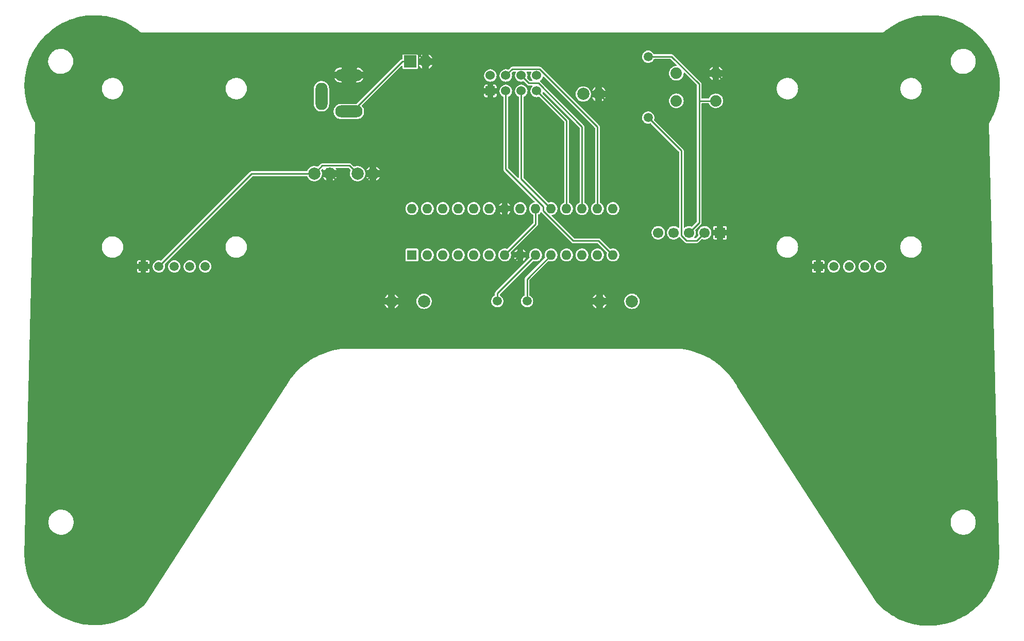
<source format=gbl>
G04 Layer: BottomLayer*
G04 EasyEDA v6.5.23, 2023-06-02 23:09:48*
G04 d308aba9936446f186570843c5913f8e,38d8b063065d407b859bfb9f5f9b4720,10*
G04 Gerber Generator version 0.2*
G04 Scale: 100 percent, Rotated: No, Reflected: No *
G04 Dimensions in millimeters *
G04 leading zeros omitted , absolute positions ,4 integer and 5 decimal *
%FSLAX45Y45*%
%MOMM*%

%ADD10C,0.2540*%
%ADD11R,1.7000X1.7000*%
%ADD12C,1.7000*%
%ADD13C,2.0000*%
%ADD14O,1.9999959999999999X4.499991*%
%ADD15O,4.499991X1.9999959999999999*%
%ADD16C,1.5000*%
%ADD17R,1.5080X1.5080*%
%ADD18C,1.5080*%
%ADD19R,2.0000X2.0000*%
%ADD20C,1.8796*%
%ADD21O,1.5999968X1.5999968*%
%ADD22R,1.6000X1.6000*%
%ADD23R,1.5240X1.5240*%
%ADD24C,1.5240*%
%ADD25C,0.6100*%
%ADD26C,0.0144*%

%LPD*%
G36*
X17490795Y381609D02*
G01*
X17443450Y381965D01*
X17396155Y384251D01*
X17349012Y388416D01*
X17302073Y394563D01*
X17255439Y402640D01*
X17209160Y412546D01*
X17163338Y424434D01*
X17118025Y438099D01*
X17073321Y453694D01*
X17029277Y471068D01*
X16986046Y490220D01*
X16943578Y511149D01*
X16901972Y533755D01*
X16861383Y558088D01*
X16821810Y584047D01*
X16783354Y611632D01*
X16746016Y640740D01*
X16709948Y671372D01*
X16675100Y703427D01*
X16641673Y736904D01*
X16607332Y774141D01*
X14335353Y4292904D01*
X14312138Y4334967D01*
X14286992Y4376470D01*
X14260220Y4416958D01*
X14231823Y4456328D01*
X14201901Y4494479D01*
X14170456Y4531461D01*
X14137538Y4567123D01*
X14103197Y4601413D01*
X14067536Y4634331D01*
X14030553Y4665776D01*
X13992402Y4695698D01*
X13953032Y4724095D01*
X13912545Y4750816D01*
X13870990Y4775962D01*
X13828522Y4799380D01*
X13785088Y4821072D01*
X13740892Y4841036D01*
X13695883Y4859172D01*
X13650163Y4875479D01*
X13603833Y4889957D01*
X13556996Y4902555D01*
X13509650Y4913274D01*
X13461898Y4922062D01*
X13415568Y4928666D01*
X13408964Y4928819D01*
X13404443Y4928108D01*
X7829956Y4928108D01*
X7825435Y4928819D01*
X7818831Y4928666D01*
X7771282Y4921859D01*
X7723581Y4913020D01*
X7676286Y4902250D01*
X7629398Y4889601D01*
X7583119Y4875123D01*
X7537399Y4858715D01*
X7492441Y4840528D01*
X7448194Y4820564D01*
X7404811Y4798822D01*
X7362342Y4775352D01*
X7320838Y4750206D01*
X7280402Y4723384D01*
X7241082Y4694986D01*
X7202881Y4665014D01*
X7165949Y4633518D01*
X7130338Y4600600D01*
X7096048Y4566259D01*
X7063181Y4530547D01*
X7031736Y4493564D01*
X7001865Y4455363D01*
X6973519Y4415942D01*
X6946747Y4375454D01*
X6921703Y4333951D01*
X6899046Y4292904D01*
X4620920Y764641D01*
X4619752Y763168D01*
X4593082Y735076D01*
X4559046Y702056D01*
X4523689Y670407D01*
X4487113Y640283D01*
X4449267Y611682D01*
X4410303Y584657D01*
X4370273Y559257D01*
X4329176Y535533D01*
X4287215Y513486D01*
X4244340Y493217D01*
X4200652Y474675D01*
X4156303Y458012D01*
X4111244Y443128D01*
X4065676Y430123D01*
X4019550Y418998D01*
X3973068Y409752D01*
X3926179Y402437D01*
X3879087Y397052D01*
X3831793Y393649D01*
X3784396Y392125D01*
X3736949Y392582D01*
X3689604Y394970D01*
X3642360Y399288D01*
X3595370Y405587D01*
X3548634Y413766D01*
X3502304Y423875D01*
X3456432Y435864D01*
X3411067Y449732D01*
X3366363Y465480D01*
X3322269Y483006D01*
X3278987Y502361D01*
X3236518Y523443D01*
X3194964Y546303D01*
X3154375Y570788D01*
X3114802Y596950D01*
X3076346Y624738D01*
X3039059Y654050D01*
X3003042Y684834D01*
X2968294Y717143D01*
X2934868Y750773D01*
X2902915Y785825D01*
X2872384Y822096D01*
X2843377Y859637D01*
X2815945Y898296D01*
X2790088Y938072D01*
X2765907Y978865D01*
X2743454Y1020622D01*
X2722676Y1063244D01*
X2703728Y1106728D01*
X2686558Y1150924D01*
X2671165Y1195781D01*
X2657703Y1241247D01*
X2646070Y1287221D01*
X2636367Y1333652D01*
X2628544Y1380439D01*
X2622651Y1427480D01*
X2618689Y1474724D01*
X2616708Y1523796D01*
X2794508Y8634679D01*
X2793695Y8641892D01*
X2791612Y8647379D01*
X2789986Y8649766D01*
X2766009Y8690305D01*
X2743555Y8732012D01*
X2722880Y8774582D01*
X2703931Y8817965D01*
X2686812Y8862060D01*
X2671470Y8906865D01*
X2658008Y8952230D01*
X2646375Y8998153D01*
X2636672Y9044482D01*
X2628849Y9091168D01*
X2623007Y9138107D01*
X2619044Y9185300D01*
X2617012Y9232595D01*
X2616911Y9279940D01*
X2618790Y9327235D01*
X2622550Y9374428D01*
X2628290Y9421368D01*
X2635910Y9468104D01*
X2645460Y9514484D01*
X2656941Y9560407D01*
X2670251Y9605822D01*
X2685389Y9650679D01*
X2702407Y9694875D01*
X2721152Y9738309D01*
X2741726Y9780930D01*
X2763977Y9822688D01*
X2787954Y9863531D01*
X2813558Y9903307D01*
X2840786Y9942068D01*
X2869590Y9979609D01*
X2899918Y10015982D01*
X2931668Y10051084D01*
X2964891Y10084816D01*
X2999384Y10117175D01*
X3035249Y10148112D01*
X3072333Y10177576D01*
X3110585Y10205466D01*
X3149904Y10231729D01*
X3190341Y10256418D01*
X3231692Y10279380D01*
X3274009Y10300665D01*
X3317087Y10320172D01*
X3360978Y10337952D01*
X3405581Y10353852D01*
X3450742Y10367924D01*
X3496513Y10380167D01*
X3542690Y10390530D01*
X3589274Y10398963D01*
X3636162Y10405465D01*
X3683254Y10410088D01*
X3730498Y10412730D01*
X3777843Y10413441D01*
X3825189Y10412272D01*
X3872382Y10409123D01*
X3919474Y10403992D01*
X3966260Y10397032D01*
X4012742Y10388092D01*
X4058869Y10377271D01*
X4104436Y10364571D01*
X4149496Y10350042D01*
X4193895Y10333634D01*
X4237583Y10315448D01*
X4280509Y10295483D01*
X4322572Y10273792D01*
X4363720Y10250373D01*
X4403852Y10225278D01*
X4442968Y10198557D01*
X4480915Y10170312D01*
X4520234Y10138257D01*
X4525314Y10135666D01*
X4531055Y10134295D01*
X4534204Y10134092D01*
X16725290Y10134092D01*
X16731792Y10134904D01*
X16737330Y10136987D01*
X16742511Y10140594D01*
X16744746Y10142677D01*
X16780357Y10171430D01*
X16818305Y10199624D01*
X16857370Y10226243D01*
X16897502Y10251236D01*
X16938650Y10274554D01*
X16980662Y10296194D01*
X17023588Y10316057D01*
X17067225Y10334193D01*
X17111624Y10350500D01*
X17156633Y10364978D01*
X17202200Y10377576D01*
X17248225Y10388346D01*
X17294656Y10397185D01*
X17341443Y10404144D01*
X17388433Y10409174D01*
X17435626Y10412323D01*
X17482870Y10413492D01*
X17530165Y10412730D01*
X17577358Y10410037D01*
X17624399Y10405414D01*
X17671237Y10398861D01*
X17717719Y10390378D01*
X17763896Y10380014D01*
X17809565Y10367822D01*
X17854676Y10353700D01*
X17899176Y10337800D01*
X17943017Y10320070D01*
X17986095Y10300563D01*
X18028310Y10279278D01*
X18069610Y10256316D01*
X18109996Y10231678D01*
X18149265Y10205415D01*
X18187466Y10177526D01*
X18224500Y10148163D01*
X18260314Y10117277D01*
X18294807Y10084917D01*
X18327979Y10051237D01*
X18359729Y10016185D01*
X18390006Y9979863D01*
X18418759Y9942372D01*
X18445988Y9903714D01*
X18471591Y9863988D01*
X18495518Y9823196D01*
X18517819Y9781489D01*
X18538342Y9738918D01*
X18557138Y9695535D01*
X18574156Y9651441D01*
X18589294Y9606635D01*
X18602655Y9561271D01*
X18614085Y9515398D01*
X18623686Y9469120D01*
X18631357Y9422485D01*
X18637097Y9375546D01*
X18640958Y9328404D01*
X18642838Y9281160D01*
X18642838Y9233916D01*
X18640856Y9186672D01*
X18636945Y9139529D01*
X18631154Y9092641D01*
X18623381Y9046006D01*
X18613780Y8999677D01*
X18602248Y8953855D01*
X18588837Y8908491D01*
X18573597Y8863736D01*
X18556579Y8819642D01*
X18537732Y8776309D01*
X18517108Y8733739D01*
X18494806Y8692083D01*
X18471438Y8652408D01*
X18467933Y8646972D01*
X18465952Y8641283D01*
X18465292Y8634780D01*
X18630392Y1536903D01*
X18629426Y1489151D01*
X18626480Y1441907D01*
X18621654Y1394866D01*
X18614847Y1347978D01*
X18606160Y1301445D01*
X18595594Y1255318D01*
X18583148Y1209649D01*
X18568822Y1164539D01*
X18552617Y1120089D01*
X18534684Y1076299D01*
X18514923Y1033271D01*
X18493435Y991108D01*
X18470219Y949858D01*
X18445327Y909574D01*
X18418810Y870356D01*
X18390717Y832256D01*
X18361101Y795375D01*
X18330011Y759663D01*
X18297448Y725322D01*
X18263514Y692302D01*
X18228259Y660704D01*
X18191734Y630631D01*
X18154040Y602030D01*
X18115178Y575005D01*
X18075249Y549605D01*
X18034304Y525830D01*
X17992394Y503783D01*
X17949672Y483463D01*
X17906136Y464921D01*
X17861838Y448157D01*
X17816931Y433222D01*
X17771465Y420166D01*
X17725440Y408940D01*
X17679060Y399643D01*
X17632273Y392277D01*
X17585283Y386791D01*
X17538090Y383235D01*
G37*

%LPC*%
G36*
X3223209Y1876958D02*
G01*
X3243072Y1878380D01*
X3262680Y1881733D01*
X3281883Y1886966D01*
X3300476Y1894027D01*
X3318306Y1902866D01*
X3335223Y1913331D01*
X3351022Y1925421D01*
X3365601Y1938985D01*
X3378809Y1953869D01*
X3390493Y1969973D01*
X3400551Y1987092D01*
X3408934Y2005177D01*
X3415537Y2023922D01*
X3420313Y2043226D01*
X3423208Y2062937D01*
X3424174Y2082800D01*
X3423208Y2102662D01*
X3420313Y2122373D01*
X3415537Y2141677D01*
X3408934Y2160422D01*
X3400551Y2178507D01*
X3390493Y2195626D01*
X3378809Y2211730D01*
X3365601Y2226614D01*
X3351022Y2240178D01*
X3335223Y2252268D01*
X3318306Y2262733D01*
X3300476Y2271572D01*
X3281883Y2278634D01*
X3262680Y2283866D01*
X3243072Y2287219D01*
X3223209Y2288641D01*
X3203346Y2288133D01*
X3183585Y2285746D01*
X3164179Y2281478D01*
X3145231Y2275332D01*
X3126994Y2267356D01*
X3109620Y2257704D01*
X3093262Y2246376D01*
X3078022Y2233574D01*
X3064154Y2219350D01*
X3051708Y2203805D01*
X3040786Y2187194D01*
X3031540Y2169566D01*
X3024022Y2151126D01*
X3018332Y2132076D01*
X3014522Y2112568D01*
X3012592Y2092756D01*
X3012592Y2072843D01*
X3014522Y2053031D01*
X3018332Y2033524D01*
X3024022Y2014474D01*
X3031540Y1996033D01*
X3040786Y1978406D01*
X3051708Y1961794D01*
X3064154Y1946249D01*
X3078022Y1932025D01*
X3093262Y1919224D01*
X3109620Y1907895D01*
X3126994Y1898243D01*
X3145231Y1890268D01*
X3164179Y1884121D01*
X3183585Y1879854D01*
X3203346Y1877466D01*
G37*
G36*
X18045328Y1876958D02*
G01*
X18065191Y1878380D01*
X18084800Y1881733D01*
X18103951Y1886966D01*
X18122595Y1894027D01*
X18140426Y1902866D01*
X18157291Y1913331D01*
X18173141Y1925421D01*
X18187670Y1938985D01*
X18200878Y1953869D01*
X18212562Y1969973D01*
X18222671Y1987092D01*
X18231053Y2005177D01*
X18237657Y2023922D01*
X18242432Y2043226D01*
X18245277Y2062937D01*
X18246242Y2082800D01*
X18245277Y2102662D01*
X18242432Y2122373D01*
X18237657Y2141677D01*
X18231053Y2160422D01*
X18222671Y2178507D01*
X18212562Y2195626D01*
X18200878Y2211730D01*
X18187670Y2226614D01*
X18173141Y2240178D01*
X18157291Y2252268D01*
X18140426Y2262733D01*
X18122595Y2271572D01*
X18103951Y2278634D01*
X18084800Y2283866D01*
X18065191Y2287219D01*
X18045328Y2288641D01*
X18025414Y2288133D01*
X18005704Y2285746D01*
X17986248Y2281478D01*
X17967350Y2275332D01*
X17949113Y2267356D01*
X17931688Y2257704D01*
X17915331Y2246376D01*
X17900142Y2233574D01*
X17886222Y2219350D01*
X17873776Y2203805D01*
X17862854Y2187194D01*
X17853609Y2169566D01*
X17846141Y2151126D01*
X17840452Y2132076D01*
X17836591Y2112568D01*
X17834711Y2092756D01*
X17834711Y2072843D01*
X17836591Y2053031D01*
X17840452Y2033524D01*
X17846141Y2014474D01*
X17853609Y1996033D01*
X17862854Y1978406D01*
X17873776Y1961794D01*
X17886222Y1946249D01*
X17900142Y1932025D01*
X17915331Y1919224D01*
X17931688Y1907895D01*
X17949113Y1898243D01*
X17967350Y1890268D01*
X17986248Y1884121D01*
X18005704Y1879854D01*
X18025414Y1877466D01*
G37*
G36*
X9181896Y5587085D02*
G01*
X9197086Y5588000D01*
X9212021Y5590743D01*
X9226550Y5595264D01*
X9240418Y5601512D01*
X9253423Y5609386D01*
X9265412Y5618734D01*
X9276130Y5629503D01*
X9285528Y5641441D01*
X9293402Y5654497D01*
X9299600Y5668314D01*
X9304121Y5682843D01*
X9306864Y5697778D01*
X9307779Y5712968D01*
X9306864Y5728157D01*
X9304121Y5743092D01*
X9299600Y5757621D01*
X9293402Y5771489D01*
X9285528Y5784494D01*
X9276130Y5796432D01*
X9265412Y5807202D01*
X9253423Y5816600D01*
X9240418Y5824423D01*
X9226550Y5830671D01*
X9212021Y5835192D01*
X9197086Y5837936D01*
X9181896Y5838850D01*
X9166758Y5837936D01*
X9151772Y5835192D01*
X9137294Y5830671D01*
X9123426Y5824423D01*
X9110421Y5816600D01*
X9098432Y5807202D01*
X9087662Y5796432D01*
X9078315Y5784494D01*
X9070441Y5771489D01*
X9064193Y5757621D01*
X9059672Y5743092D01*
X9056928Y5728157D01*
X9056014Y5712968D01*
X9056928Y5697778D01*
X9059672Y5682843D01*
X9064193Y5668314D01*
X9070441Y5654497D01*
X9078315Y5641441D01*
X9087662Y5629503D01*
X9098432Y5618734D01*
X9110421Y5609386D01*
X9123426Y5601512D01*
X9137294Y5595264D01*
X9151772Y5590743D01*
X9166758Y5588000D01*
G37*
G36*
X12598196Y5587085D02*
G01*
X12613386Y5588000D01*
X12628321Y5590743D01*
X12642850Y5595264D01*
X12656718Y5601512D01*
X12669723Y5609386D01*
X12681712Y5618734D01*
X12692430Y5629503D01*
X12701828Y5641441D01*
X12709702Y5654497D01*
X12715900Y5668314D01*
X12720421Y5682843D01*
X12723164Y5697778D01*
X12724079Y5712968D01*
X12723164Y5728157D01*
X12720421Y5743092D01*
X12715900Y5757621D01*
X12709702Y5771489D01*
X12701828Y5784494D01*
X12692430Y5796432D01*
X12681712Y5807202D01*
X12669723Y5816600D01*
X12656718Y5824423D01*
X12642850Y5830671D01*
X12628321Y5835192D01*
X12613386Y5837936D01*
X12598196Y5838850D01*
X12583058Y5837936D01*
X12568072Y5835192D01*
X12553594Y5830671D01*
X12539726Y5824423D01*
X12526721Y5816600D01*
X12514732Y5807202D01*
X12503962Y5796432D01*
X12494615Y5784494D01*
X12486741Y5771489D01*
X12480493Y5757621D01*
X12475972Y5743092D01*
X12473228Y5728157D01*
X12472314Y5712968D01*
X12473228Y5697778D01*
X12475972Y5682843D01*
X12480493Y5668314D01*
X12486741Y5654497D01*
X12494615Y5641441D01*
X12503962Y5629503D01*
X12514732Y5618734D01*
X12526721Y5609386D01*
X12539726Y5601512D01*
X12553594Y5595264D01*
X12568072Y5590743D01*
X12583058Y5588000D01*
G37*
G36*
X8704884Y5600547D02*
G01*
X8707018Y5601512D01*
X8720023Y5609386D01*
X8732012Y5618734D01*
X8742730Y5629503D01*
X8752128Y5641441D01*
X8760002Y5654497D01*
X8760968Y5656630D01*
X8704884Y5656630D01*
G37*
G36*
X12121184Y5600547D02*
G01*
X12123318Y5601512D01*
X12136323Y5609386D01*
X12148312Y5618734D01*
X12159030Y5629503D01*
X12168428Y5641441D01*
X12176302Y5654497D01*
X12177268Y5656630D01*
X12121184Y5656630D01*
G37*
G36*
X12008459Y5600547D02*
G01*
X12008459Y5656630D01*
X11952376Y5656630D01*
X11953341Y5654497D01*
X11961215Y5641441D01*
X11970562Y5629503D01*
X11981332Y5618734D01*
X11993321Y5609386D01*
X12006326Y5601512D01*
G37*
G36*
X8592159Y5600547D02*
G01*
X8592159Y5656630D01*
X8536076Y5656630D01*
X8537041Y5654497D01*
X8544915Y5641441D01*
X8554262Y5629503D01*
X8565032Y5618734D01*
X8577021Y5609386D01*
X8590026Y5601512D01*
G37*
G36*
X10870539Y5614162D02*
G01*
X10884001Y5614619D01*
X10897311Y5616854D01*
X10910163Y5620867D01*
X10922406Y5626506D01*
X10933734Y5633770D01*
X10944047Y5642457D01*
X10953089Y5652465D01*
X10960709Y5663590D01*
X10966754Y5675630D01*
X10971225Y5688330D01*
X10973866Y5701538D01*
X10974781Y5715000D01*
X10973866Y5728462D01*
X10971225Y5741670D01*
X10966754Y5754370D01*
X10960709Y5766409D01*
X10953089Y5777534D01*
X10944047Y5787542D01*
X10933734Y5796229D01*
X10922406Y5803493D01*
X10918393Y5805322D01*
X10915294Y5807557D01*
X10913211Y5810808D01*
X10912500Y5814568D01*
X10912500Y6058001D01*
X10913262Y6061913D01*
X10915446Y6065215D01*
X11222126Y6371844D01*
X11225225Y6373977D01*
X11228882Y6374790D01*
X11232591Y6374282D01*
X11241735Y6371183D01*
X11255349Y6368491D01*
X11269167Y6367576D01*
X11282984Y6368491D01*
X11296548Y6371183D01*
X11309654Y6375603D01*
X11322100Y6381750D01*
X11333581Y6389471D01*
X11343995Y6398564D01*
X11353139Y6408978D01*
X11360861Y6420510D01*
X11366957Y6432956D01*
X11371427Y6446062D01*
X11374120Y6459626D01*
X11375034Y6473444D01*
X11374120Y6487261D01*
X11371427Y6500876D01*
X11366957Y6513982D01*
X11360861Y6526377D01*
X11353139Y6537909D01*
X11343995Y6548323D01*
X11333581Y6557467D01*
X11322100Y6565138D01*
X11309654Y6571284D01*
X11296548Y6575755D01*
X11282984Y6578447D01*
X11269167Y6579362D01*
X11255349Y6578447D01*
X11241735Y6575755D01*
X11228628Y6571284D01*
X11216182Y6565138D01*
X11204702Y6557467D01*
X11194288Y6548323D01*
X11185144Y6537909D01*
X11177422Y6526377D01*
X11171326Y6513982D01*
X11166856Y6500876D01*
X11164163Y6487261D01*
X11163249Y6473444D01*
X11164163Y6459626D01*
X11166856Y6446062D01*
X11169954Y6436918D01*
X11170513Y6433210D01*
X11169650Y6429552D01*
X11167516Y6426454D01*
X10846917Y6105855D01*
X10841837Y6099606D01*
X10838281Y6092952D01*
X10836046Y6085738D01*
X10835284Y6077712D01*
X10835284Y5814618D01*
X10834624Y5811113D01*
X10832795Y5808014D01*
X10830001Y5805728D01*
X10819638Y5800039D01*
X10808766Y5792063D01*
X10799064Y5782665D01*
X10790732Y5772099D01*
X10783874Y5760516D01*
X10778591Y5748070D01*
X10775035Y5735116D01*
X10773257Y5721756D01*
X10773257Y5708243D01*
X10775035Y5694883D01*
X10778591Y5681929D01*
X10783874Y5669483D01*
X10790732Y5657900D01*
X10799064Y5647334D01*
X10808766Y5637936D01*
X10819638Y5629960D01*
X10831423Y5623509D01*
X10844022Y5618632D01*
X10857128Y5615533D01*
G37*
G36*
X10382504Y5614162D02*
G01*
X10396016Y5614619D01*
X10409275Y5616854D01*
X10422178Y5620867D01*
X10434370Y5626506D01*
X10445750Y5633770D01*
X10456011Y5642457D01*
X10465054Y5652465D01*
X10472724Y5663590D01*
X10478770Y5675630D01*
X10483189Y5688330D01*
X10485882Y5701538D01*
X10486796Y5715000D01*
X10485882Y5728462D01*
X10483189Y5741670D01*
X10478770Y5754370D01*
X10472724Y5766409D01*
X10465054Y5777534D01*
X10456011Y5787542D01*
X10445750Y5796229D01*
X10434370Y5803493D01*
X10430408Y5805322D01*
X10427309Y5807557D01*
X10425226Y5810758D01*
X10424515Y5814517D01*
X10424515Y5824016D01*
X10425277Y5827928D01*
X10427462Y5831230D01*
X10968126Y6371844D01*
X10971225Y6373977D01*
X10974882Y6374790D01*
X10978591Y6374282D01*
X10987735Y6371183D01*
X11001349Y6368491D01*
X11015167Y6367576D01*
X11028984Y6368491D01*
X11042548Y6371183D01*
X11055654Y6375603D01*
X11068100Y6381750D01*
X11079581Y6389471D01*
X11089995Y6398564D01*
X11099139Y6408978D01*
X11106861Y6420510D01*
X11112957Y6432956D01*
X11117427Y6446062D01*
X11120120Y6459626D01*
X11121034Y6473444D01*
X11120120Y6487261D01*
X11117427Y6500876D01*
X11112957Y6513982D01*
X11106861Y6526377D01*
X11099139Y6537909D01*
X11089995Y6548323D01*
X11079581Y6557467D01*
X11068100Y6565138D01*
X11055654Y6571284D01*
X11042548Y6575755D01*
X11028984Y6578447D01*
X11015167Y6579362D01*
X11001349Y6578447D01*
X10987735Y6575755D01*
X10974628Y6571284D01*
X10962182Y6565138D01*
X10950702Y6557467D01*
X10940288Y6548323D01*
X10931144Y6537909D01*
X10923422Y6526377D01*
X10917326Y6513982D01*
X10912856Y6500876D01*
X10910163Y6487261D01*
X10909249Y6473444D01*
X10910163Y6459626D01*
X10912856Y6446062D01*
X10915954Y6436918D01*
X10916513Y6433210D01*
X10915650Y6429552D01*
X10913516Y6426454D01*
X10358932Y5871870D01*
X10353852Y5865622D01*
X10350296Y5858967D01*
X10348061Y5851753D01*
X10347299Y5843727D01*
X10347299Y5814669D01*
X10346639Y5811113D01*
X10344810Y5808014D01*
X10342016Y5805728D01*
X10331602Y5800039D01*
X10320782Y5792063D01*
X10311079Y5782665D01*
X10302748Y5772099D01*
X10295839Y5760516D01*
X10290606Y5748070D01*
X10287050Y5735116D01*
X10285222Y5721756D01*
X10285222Y5708243D01*
X10287050Y5694883D01*
X10290606Y5681929D01*
X10295839Y5669483D01*
X10302748Y5657900D01*
X10311079Y5647334D01*
X10320782Y5637936D01*
X10331602Y5629960D01*
X10343438Y5623509D01*
X10355986Y5618632D01*
X10369143Y5615533D01*
G37*
G36*
X12121184Y5769305D02*
G01*
X12177268Y5769305D01*
X12176302Y5771489D01*
X12168428Y5784494D01*
X12159030Y5796432D01*
X12148312Y5807202D01*
X12136323Y5816600D01*
X12123318Y5824423D01*
X12121184Y5825439D01*
G37*
G36*
X11952376Y5769305D02*
G01*
X12008459Y5769305D01*
X12008459Y5825439D01*
X12006326Y5824423D01*
X11993321Y5816600D01*
X11981332Y5807202D01*
X11970562Y5796432D01*
X11961215Y5784494D01*
X11953341Y5771489D01*
G37*
G36*
X8536076Y5769305D02*
G01*
X8592159Y5769305D01*
X8592159Y5825439D01*
X8590026Y5824423D01*
X8577021Y5816600D01*
X8565032Y5807202D01*
X8554262Y5796432D01*
X8544915Y5784494D01*
X8537041Y5771489D01*
G37*
G36*
X8704884Y5769305D02*
G01*
X8760968Y5769305D01*
X8760002Y5771489D01*
X8752128Y5784494D01*
X8742730Y5796432D01*
X8732012Y5807202D01*
X8720023Y5816600D01*
X8707018Y5824423D01*
X8704884Y5825439D01*
G37*
G36*
X15584271Y6185204D02*
G01*
X15615056Y6185204D01*
X15615056Y6242456D01*
X15557804Y6242456D01*
X15557804Y6211671D01*
X15558516Y6205372D01*
X15560395Y6199886D01*
X15563494Y6195009D01*
X15567609Y6190894D01*
X15572486Y6187795D01*
X15577972Y6185916D01*
G37*
G36*
X15703143Y6185204D02*
G01*
X15733928Y6185204D01*
X15740227Y6185916D01*
X15745713Y6187795D01*
X15750590Y6190894D01*
X15754705Y6195009D01*
X15757804Y6199886D01*
X15759684Y6205372D01*
X15760395Y6211671D01*
X15760395Y6242456D01*
X15703143Y6242456D01*
G37*
G36*
X4616043Y6185204D02*
G01*
X4646828Y6185204D01*
X4653127Y6185916D01*
X4658614Y6187795D01*
X4663490Y6190894D01*
X4667605Y6195009D01*
X4670704Y6199886D01*
X4672584Y6205372D01*
X4673295Y6211671D01*
X4673295Y6242456D01*
X4616043Y6242456D01*
G37*
G36*
X4497171Y6185204D02*
G01*
X4527956Y6185204D01*
X4527956Y6242456D01*
X4470704Y6242456D01*
X4470704Y6211671D01*
X4471416Y6205372D01*
X4473295Y6199886D01*
X4476394Y6195009D01*
X4480509Y6190894D01*
X4485386Y6187795D01*
X4490872Y6185916D01*
G37*
G36*
X5073243Y6185458D02*
G01*
X5086756Y6185458D01*
X5100167Y6187236D01*
X5113223Y6190843D01*
X5125669Y6196076D01*
X5137302Y6202984D01*
X5147919Y6211366D01*
X5157368Y6221120D01*
X5165394Y6231991D01*
X5171897Y6243878D01*
X5176723Y6256477D01*
X5179872Y6269634D01*
X5181244Y6283096D01*
X5180787Y6296660D01*
X5178501Y6309969D01*
X5174538Y6322923D01*
X5168798Y6335166D01*
X5161534Y6346596D01*
X5152796Y6356908D01*
X5142788Y6366002D01*
X5131612Y6373622D01*
X5119522Y6379768D01*
X5106771Y6384188D01*
X5093512Y6386880D01*
X5080000Y6387795D01*
X5066487Y6386880D01*
X5053228Y6384188D01*
X5040477Y6379768D01*
X5028387Y6373622D01*
X5017211Y6366002D01*
X5007203Y6356908D01*
X4998466Y6346596D01*
X4991201Y6335166D01*
X4985461Y6322923D01*
X4981498Y6309969D01*
X4979212Y6296660D01*
X4978755Y6283096D01*
X4980127Y6269634D01*
X4983276Y6256477D01*
X4988102Y6243878D01*
X4994605Y6231991D01*
X5002631Y6221120D01*
X5012080Y6211366D01*
X5022697Y6202984D01*
X5034330Y6196076D01*
X5046776Y6190843D01*
X5059832Y6187236D01*
G37*
G36*
X5581243Y6185458D02*
G01*
X5594756Y6185458D01*
X5608167Y6187236D01*
X5621223Y6190843D01*
X5633669Y6196076D01*
X5645302Y6202984D01*
X5655919Y6211366D01*
X5665368Y6221120D01*
X5673394Y6231991D01*
X5679897Y6243878D01*
X5684723Y6256477D01*
X5687872Y6269634D01*
X5689244Y6283096D01*
X5688787Y6296660D01*
X5686501Y6309969D01*
X5682538Y6322923D01*
X5676798Y6335166D01*
X5669534Y6346596D01*
X5660796Y6356908D01*
X5650788Y6366002D01*
X5639612Y6373622D01*
X5627522Y6379768D01*
X5614771Y6384188D01*
X5601512Y6386880D01*
X5588000Y6387795D01*
X5574487Y6386880D01*
X5561228Y6384188D01*
X5548477Y6379768D01*
X5536387Y6373622D01*
X5525211Y6366002D01*
X5515203Y6356908D01*
X5506466Y6346596D01*
X5499201Y6335166D01*
X5493461Y6322923D01*
X5489498Y6309969D01*
X5487212Y6296660D01*
X5486755Y6283096D01*
X5488127Y6269634D01*
X5491276Y6256477D01*
X5496102Y6243878D01*
X5502605Y6231991D01*
X5510631Y6221120D01*
X5520080Y6211366D01*
X5530697Y6202984D01*
X5542330Y6196076D01*
X5554776Y6190843D01*
X5567832Y6187236D01*
G37*
G36*
X15906343Y6185458D02*
G01*
X15919856Y6185458D01*
X15933267Y6187236D01*
X15946323Y6190843D01*
X15958769Y6196076D01*
X15970402Y6202984D01*
X15981019Y6211366D01*
X15990468Y6221120D01*
X15998494Y6231991D01*
X16004997Y6243878D01*
X16009823Y6256477D01*
X16012972Y6269634D01*
X16014344Y6283096D01*
X16013887Y6296660D01*
X16011601Y6309969D01*
X16007638Y6322923D01*
X16001898Y6335166D01*
X15994634Y6346596D01*
X15985896Y6356908D01*
X15975888Y6366002D01*
X15964712Y6373622D01*
X15952622Y6379768D01*
X15939871Y6384188D01*
X15926612Y6386880D01*
X15913100Y6387795D01*
X15899587Y6386880D01*
X15886328Y6384188D01*
X15873577Y6379768D01*
X15861487Y6373622D01*
X15850311Y6366002D01*
X15840303Y6356908D01*
X15831566Y6346596D01*
X15824301Y6335166D01*
X15818561Y6322923D01*
X15814598Y6309969D01*
X15812312Y6296660D01*
X15811855Y6283096D01*
X15813227Y6269634D01*
X15816376Y6256477D01*
X15821202Y6243878D01*
X15827705Y6231991D01*
X15835731Y6221120D01*
X15845180Y6211366D01*
X15855797Y6202984D01*
X15867430Y6196076D01*
X15879876Y6190843D01*
X15892932Y6187236D01*
G37*
G36*
X5327243Y6185458D02*
G01*
X5340756Y6185458D01*
X5354167Y6187236D01*
X5367223Y6190843D01*
X5379669Y6196076D01*
X5391302Y6202984D01*
X5401919Y6211366D01*
X5411368Y6221120D01*
X5419394Y6231991D01*
X5425897Y6243878D01*
X5430723Y6256477D01*
X5433872Y6269634D01*
X5435244Y6283096D01*
X5434787Y6296660D01*
X5432501Y6309969D01*
X5428538Y6322923D01*
X5422798Y6335166D01*
X5415534Y6346596D01*
X5406796Y6356908D01*
X5396788Y6366002D01*
X5385612Y6373622D01*
X5373522Y6379768D01*
X5360771Y6384188D01*
X5347512Y6386880D01*
X5334000Y6387795D01*
X5320487Y6386880D01*
X5307228Y6384188D01*
X5294477Y6379768D01*
X5282387Y6373622D01*
X5271211Y6366002D01*
X5261203Y6356908D01*
X5252466Y6346596D01*
X5245201Y6335166D01*
X5239461Y6322923D01*
X5235498Y6309969D01*
X5233212Y6296660D01*
X5232755Y6283096D01*
X5234127Y6269634D01*
X5237276Y6256477D01*
X5242102Y6243878D01*
X5248605Y6231991D01*
X5256631Y6221120D01*
X5266080Y6211366D01*
X5276697Y6202984D01*
X5288330Y6196076D01*
X5300776Y6190843D01*
X5313832Y6187236D01*
G37*
G36*
X16414343Y6185458D02*
G01*
X16427856Y6185458D01*
X16441267Y6187236D01*
X16454323Y6190843D01*
X16466769Y6196076D01*
X16478402Y6202984D01*
X16489019Y6211366D01*
X16498468Y6221120D01*
X16506494Y6231991D01*
X16512997Y6243878D01*
X16517823Y6256477D01*
X16520972Y6269634D01*
X16522344Y6283096D01*
X16521887Y6296660D01*
X16519601Y6309969D01*
X16515638Y6322923D01*
X16509898Y6335166D01*
X16502634Y6346596D01*
X16493896Y6356908D01*
X16483888Y6366002D01*
X16472712Y6373622D01*
X16460622Y6379768D01*
X16447871Y6384188D01*
X16434612Y6386880D01*
X16421100Y6387795D01*
X16407587Y6386880D01*
X16394328Y6384188D01*
X16381577Y6379768D01*
X16369487Y6373622D01*
X16358311Y6366002D01*
X16348303Y6356908D01*
X16339566Y6346596D01*
X16332301Y6335166D01*
X16326561Y6322923D01*
X16322598Y6309969D01*
X16320312Y6296660D01*
X16319855Y6283096D01*
X16321227Y6269634D01*
X16324376Y6256477D01*
X16329202Y6243878D01*
X16335705Y6231991D01*
X16343731Y6221120D01*
X16353180Y6211366D01*
X16363797Y6202984D01*
X16375430Y6196076D01*
X16387876Y6190843D01*
X16400932Y6187236D01*
G37*
G36*
X16160343Y6185458D02*
G01*
X16173856Y6185458D01*
X16187267Y6187236D01*
X16200323Y6190843D01*
X16212769Y6196076D01*
X16224402Y6202984D01*
X16235019Y6211366D01*
X16244468Y6221120D01*
X16252494Y6231991D01*
X16258997Y6243878D01*
X16263823Y6256477D01*
X16266972Y6269634D01*
X16268344Y6283096D01*
X16267887Y6296660D01*
X16265601Y6309969D01*
X16261638Y6322923D01*
X16255898Y6335166D01*
X16248634Y6346596D01*
X16239896Y6356908D01*
X16229888Y6366002D01*
X16218712Y6373622D01*
X16206622Y6379768D01*
X16193871Y6384188D01*
X16180612Y6386880D01*
X16167100Y6387795D01*
X16153587Y6386880D01*
X16140328Y6384188D01*
X16127577Y6379768D01*
X16115487Y6373622D01*
X16104311Y6366002D01*
X16094303Y6356908D01*
X16085566Y6346596D01*
X16078301Y6335166D01*
X16072561Y6322923D01*
X16068598Y6309969D01*
X16066312Y6296660D01*
X16065855Y6283096D01*
X16067227Y6269634D01*
X16070376Y6256477D01*
X16075202Y6243878D01*
X16081705Y6231991D01*
X16089731Y6221120D01*
X16099180Y6211366D01*
X16109797Y6202984D01*
X16121430Y6196076D01*
X16133876Y6190843D01*
X16146932Y6187236D01*
G37*
G36*
X16668343Y6185458D02*
G01*
X16681856Y6185458D01*
X16695267Y6187236D01*
X16708323Y6190843D01*
X16720769Y6196076D01*
X16732402Y6202984D01*
X16743019Y6211366D01*
X16752468Y6221120D01*
X16760494Y6231991D01*
X16766997Y6243878D01*
X16771823Y6256477D01*
X16774972Y6269634D01*
X16776344Y6283096D01*
X16775887Y6296660D01*
X16773601Y6309969D01*
X16769638Y6322923D01*
X16763898Y6335166D01*
X16756634Y6346596D01*
X16747896Y6356908D01*
X16737888Y6366002D01*
X16726712Y6373622D01*
X16714622Y6379768D01*
X16701871Y6384188D01*
X16688612Y6386880D01*
X16675100Y6387795D01*
X16661587Y6386880D01*
X16648328Y6384188D01*
X16635577Y6379768D01*
X16623487Y6373622D01*
X16612311Y6366002D01*
X16602303Y6356908D01*
X16593566Y6346596D01*
X16586301Y6335166D01*
X16580561Y6322923D01*
X16576598Y6309969D01*
X16574312Y6296660D01*
X16573855Y6283096D01*
X16575227Y6269634D01*
X16578376Y6256477D01*
X16583202Y6243878D01*
X16589705Y6231991D01*
X16597731Y6221120D01*
X16607180Y6211366D01*
X16617797Y6202984D01*
X16629430Y6196076D01*
X16641876Y6190843D01*
X16654932Y6187236D01*
G37*
G36*
X4819243Y6185458D02*
G01*
X4832756Y6185458D01*
X4846167Y6187236D01*
X4859223Y6190843D01*
X4871669Y6196076D01*
X4883302Y6202984D01*
X4893919Y6211366D01*
X4903368Y6221120D01*
X4911394Y6231991D01*
X4917897Y6243878D01*
X4922723Y6256477D01*
X4925872Y6269634D01*
X4927244Y6283096D01*
X4926787Y6296660D01*
X4924501Y6309969D01*
X4921504Y6319723D01*
X4921046Y6323380D01*
X4921961Y6326936D01*
X4923993Y6329934D01*
X6363004Y7768945D01*
X6366306Y7771130D01*
X6370218Y7771892D01*
X7251700Y7771892D01*
X7255509Y7771180D01*
X7258761Y7769047D01*
X7260945Y7765897D01*
X7267244Y7751978D01*
X7275118Y7738973D01*
X7284466Y7727035D01*
X7295235Y7716266D01*
X7307173Y7706918D01*
X7320178Y7699044D01*
X7334046Y7692796D01*
X7348575Y7688275D01*
X7363510Y7685531D01*
X7378700Y7684617D01*
X7393889Y7685531D01*
X7408824Y7688275D01*
X7423353Y7692796D01*
X7437221Y7699044D01*
X7450226Y7706918D01*
X7462164Y7716266D01*
X7472934Y7727035D01*
X7482281Y7738973D01*
X7490155Y7751978D01*
X7496454Y7765897D01*
X7500924Y7780375D01*
X7503668Y7795310D01*
X7504582Y7810500D01*
X7503668Y7825689D01*
X7500924Y7840624D01*
X7496454Y7855102D01*
X7493558Y7861503D01*
X7492644Y7865465D01*
X7493406Y7869478D01*
X7495641Y7872831D01*
X7507071Y7884312D01*
X7510576Y7886598D01*
X7514691Y7887258D01*
X7518755Y7886242D01*
X7522057Y7883652D01*
X7523988Y7879943D01*
X7524343Y7875778D01*
X7522972Y7871866D01*
X7520279Y7866837D01*
X7576362Y7866837D01*
X7576362Y7893608D01*
X7577124Y7897469D01*
X7579309Y7900771D01*
X7582611Y7903006D01*
X7586522Y7903768D01*
X7678877Y7903768D01*
X7682788Y7903006D01*
X7686090Y7900771D01*
X7688275Y7897469D01*
X7689037Y7893608D01*
X7689037Y7866837D01*
X7745120Y7866837D01*
X7744155Y7869021D01*
X7736281Y7882026D01*
X7732115Y7887309D01*
X7730236Y7891424D01*
X7730236Y7895894D01*
X7732217Y7899958D01*
X7735722Y7902752D01*
X7740142Y7903768D01*
X7937855Y7903768D01*
X7941716Y7903006D01*
X7945018Y7900771D01*
X7972958Y7872831D01*
X7975193Y7869428D01*
X7975955Y7865465D01*
X7975041Y7861503D01*
X7972196Y7855153D01*
X7967675Y7840624D01*
X7964931Y7825689D01*
X7964017Y7810500D01*
X7964931Y7795310D01*
X7967675Y7780375D01*
X7972196Y7765846D01*
X7978444Y7751978D01*
X7986318Y7738973D01*
X7995666Y7727035D01*
X8006435Y7716266D01*
X8018373Y7706918D01*
X8031378Y7699044D01*
X8045246Y7692796D01*
X8059775Y7688275D01*
X8074710Y7685531D01*
X8089900Y7684617D01*
X8105089Y7685531D01*
X8120024Y7688275D01*
X8134553Y7692796D01*
X8148421Y7699044D01*
X8161426Y7706918D01*
X8173364Y7716266D01*
X8184134Y7727035D01*
X8193481Y7738973D01*
X8201355Y7751978D01*
X8207654Y7765897D01*
X8212124Y7780375D01*
X8214868Y7795310D01*
X8215782Y7810500D01*
X8214868Y7825689D01*
X8212124Y7840624D01*
X8207654Y7855102D01*
X8201355Y7869021D01*
X8193481Y7882026D01*
X8184134Y7893964D01*
X8173364Y7904734D01*
X8161426Y7914081D01*
X8148421Y7921955D01*
X8134553Y7928203D01*
X8120024Y7932724D01*
X8105089Y7935468D01*
X8089900Y7936382D01*
X8074710Y7935468D01*
X8059775Y7932724D01*
X8045246Y7928203D01*
X8038947Y7925358D01*
X8034934Y7924444D01*
X8030972Y7925206D01*
X8027568Y7927441D01*
X7985709Y7969300D01*
X7979460Y7974431D01*
X7972806Y7977987D01*
X7965541Y7980172D01*
X7957566Y7980984D01*
X7511034Y7980984D01*
X7503007Y7980172D01*
X7495794Y7977987D01*
X7489139Y7974431D01*
X7482890Y7969300D01*
X7441031Y7927441D01*
X7437628Y7925206D01*
X7433614Y7924444D01*
X7429652Y7925358D01*
X7423353Y7928203D01*
X7408824Y7932724D01*
X7393889Y7935468D01*
X7378700Y7936382D01*
X7363510Y7935468D01*
X7348575Y7932724D01*
X7334046Y7928203D01*
X7320178Y7921955D01*
X7307173Y7914081D01*
X7295235Y7904734D01*
X7284466Y7893964D01*
X7275118Y7882026D01*
X7267244Y7869021D01*
X7260996Y7855102D01*
X7258761Y7851952D01*
X7255509Y7849870D01*
X7251700Y7849108D01*
X6350508Y7849108D01*
X6342481Y7848346D01*
X6335217Y7846161D01*
X6328562Y7842554D01*
X6322364Y7837474D01*
X4869383Y6384493D01*
X4866233Y6382359D01*
X4862576Y6381496D01*
X4858867Y6382054D01*
X4852771Y6384188D01*
X4839512Y6386880D01*
X4826000Y6387795D01*
X4812487Y6386880D01*
X4799228Y6384188D01*
X4786477Y6379768D01*
X4774387Y6373622D01*
X4763211Y6366002D01*
X4753203Y6356908D01*
X4744466Y6346596D01*
X4737201Y6335166D01*
X4731461Y6322923D01*
X4727498Y6309969D01*
X4725212Y6296660D01*
X4724755Y6283096D01*
X4726127Y6269634D01*
X4729276Y6256477D01*
X4734102Y6243878D01*
X4740605Y6231991D01*
X4748631Y6221120D01*
X4758080Y6211366D01*
X4768697Y6202984D01*
X4780330Y6196076D01*
X4792776Y6190843D01*
X4805832Y6187236D01*
G37*
G36*
X15557804Y6330543D02*
G01*
X15615056Y6330543D01*
X15615056Y6387795D01*
X15584271Y6387795D01*
X15577972Y6387084D01*
X15572486Y6385204D01*
X15567609Y6382105D01*
X15563494Y6377990D01*
X15560395Y6373114D01*
X15558516Y6367627D01*
X15557804Y6361328D01*
G37*
G36*
X4470704Y6330543D02*
G01*
X4527956Y6330543D01*
X4527956Y6387795D01*
X4497171Y6387795D01*
X4490872Y6387084D01*
X4485386Y6385204D01*
X4480509Y6382105D01*
X4476394Y6377990D01*
X4473295Y6373114D01*
X4471416Y6367627D01*
X4470704Y6361328D01*
G37*
G36*
X4616043Y6330543D02*
G01*
X4673295Y6330543D01*
X4673295Y6361328D01*
X4672584Y6367627D01*
X4670704Y6373114D01*
X4667605Y6377990D01*
X4663490Y6382105D01*
X4658614Y6385204D01*
X4653127Y6387084D01*
X4646828Y6387795D01*
X4616043Y6387795D01*
G37*
G36*
X15703143Y6330543D02*
G01*
X15760395Y6330543D01*
X15760395Y6361328D01*
X15759684Y6367627D01*
X15757804Y6373114D01*
X15754705Y6377990D01*
X15750590Y6382105D01*
X15745713Y6385204D01*
X15740227Y6387084D01*
X15733928Y6387795D01*
X15703143Y6387795D01*
G37*
G36*
X8903716Y6367526D02*
G01*
X9062567Y6367526D01*
X9068917Y6368237D01*
X9074353Y6370167D01*
X9079280Y6373266D01*
X9083344Y6377330D01*
X9086443Y6382258D01*
X9088323Y6387693D01*
X9089034Y6394043D01*
X9089034Y6552895D01*
X9088323Y6559194D01*
X9086443Y6564680D01*
X9083344Y6569557D01*
X9079280Y6573672D01*
X9074353Y6576720D01*
X9068917Y6578650D01*
X9062567Y6579362D01*
X8903716Y6579362D01*
X8897416Y6578650D01*
X8891930Y6576720D01*
X8887053Y6573672D01*
X8882938Y6569557D01*
X8879840Y6564680D01*
X8877960Y6559194D01*
X8877249Y6552895D01*
X8877249Y6394043D01*
X8877960Y6387693D01*
X8879840Y6382258D01*
X8882938Y6377330D01*
X8887053Y6373266D01*
X8891930Y6370167D01*
X8897416Y6368237D01*
G37*
G36*
X11777167Y6367576D02*
G01*
X11790984Y6368491D01*
X11804548Y6371183D01*
X11817654Y6375603D01*
X11830100Y6381750D01*
X11841581Y6389471D01*
X11851995Y6398564D01*
X11861139Y6408978D01*
X11868861Y6420510D01*
X11874957Y6432956D01*
X11879427Y6446062D01*
X11882120Y6459626D01*
X11883034Y6473444D01*
X11882120Y6487261D01*
X11879427Y6500876D01*
X11874957Y6513982D01*
X11868861Y6526377D01*
X11861139Y6537909D01*
X11851995Y6548323D01*
X11841581Y6557467D01*
X11830100Y6565138D01*
X11817654Y6571284D01*
X11804548Y6575755D01*
X11790984Y6578447D01*
X11777167Y6579362D01*
X11763349Y6578447D01*
X11749735Y6575755D01*
X11736628Y6571284D01*
X11724182Y6565138D01*
X11712702Y6557467D01*
X11702288Y6548323D01*
X11693144Y6537909D01*
X11685422Y6526377D01*
X11679326Y6513982D01*
X11674856Y6500876D01*
X11672163Y6487261D01*
X11671249Y6473444D01*
X11672163Y6459626D01*
X11674856Y6446062D01*
X11679326Y6432956D01*
X11685422Y6420510D01*
X11693144Y6408978D01*
X11702288Y6398564D01*
X11712702Y6389471D01*
X11724182Y6381750D01*
X11736628Y6375603D01*
X11749735Y6371183D01*
X11763349Y6368491D01*
G37*
G36*
X9237167Y6367576D02*
G01*
X9250984Y6368491D01*
X9264548Y6371183D01*
X9277654Y6375603D01*
X9290100Y6381750D01*
X9301581Y6389471D01*
X9311995Y6398564D01*
X9321139Y6408978D01*
X9328861Y6420510D01*
X9334957Y6432956D01*
X9339427Y6446062D01*
X9342120Y6459626D01*
X9343034Y6473444D01*
X9342120Y6487261D01*
X9339427Y6500876D01*
X9334957Y6513982D01*
X9328861Y6526377D01*
X9321139Y6537909D01*
X9311995Y6548323D01*
X9301581Y6557467D01*
X9290100Y6565138D01*
X9277654Y6571284D01*
X9264548Y6575755D01*
X9250984Y6578447D01*
X9237167Y6579362D01*
X9223349Y6578447D01*
X9209735Y6575755D01*
X9196628Y6571284D01*
X9184182Y6565138D01*
X9172702Y6557467D01*
X9162288Y6548323D01*
X9153144Y6537909D01*
X9145422Y6526377D01*
X9139326Y6513982D01*
X9134856Y6500876D01*
X9132163Y6487261D01*
X9131249Y6473444D01*
X9132163Y6459626D01*
X9134856Y6446062D01*
X9139326Y6432956D01*
X9145422Y6420510D01*
X9153144Y6408978D01*
X9162288Y6398564D01*
X9172702Y6389471D01*
X9184182Y6381750D01*
X9196628Y6375603D01*
X9209735Y6371183D01*
X9223349Y6368491D01*
G37*
G36*
X9999167Y6367576D02*
G01*
X10012984Y6368491D01*
X10026548Y6371183D01*
X10039654Y6375603D01*
X10052100Y6381750D01*
X10063581Y6389471D01*
X10073995Y6398564D01*
X10083139Y6408978D01*
X10090861Y6420510D01*
X10096957Y6432956D01*
X10101427Y6446062D01*
X10104120Y6459626D01*
X10105034Y6473444D01*
X10104120Y6487261D01*
X10101427Y6500876D01*
X10096957Y6513982D01*
X10090861Y6526377D01*
X10083139Y6537909D01*
X10073995Y6548323D01*
X10063581Y6557467D01*
X10052100Y6565138D01*
X10039654Y6571284D01*
X10026548Y6575755D01*
X10012984Y6578447D01*
X9999167Y6579362D01*
X9985349Y6578447D01*
X9971735Y6575755D01*
X9958628Y6571284D01*
X9946182Y6565138D01*
X9934702Y6557467D01*
X9924288Y6548323D01*
X9915144Y6537909D01*
X9907422Y6526377D01*
X9901326Y6513982D01*
X9896856Y6500876D01*
X9894163Y6487261D01*
X9893249Y6473444D01*
X9894163Y6459626D01*
X9896856Y6446062D01*
X9901326Y6432956D01*
X9907422Y6420510D01*
X9915144Y6408978D01*
X9924288Y6398564D01*
X9934702Y6389471D01*
X9946182Y6381750D01*
X9958628Y6375603D01*
X9971735Y6371183D01*
X9985349Y6368491D01*
G37*
G36*
X9745167Y6367576D02*
G01*
X9758984Y6368491D01*
X9772548Y6371183D01*
X9785654Y6375603D01*
X9798100Y6381750D01*
X9809581Y6389471D01*
X9819995Y6398564D01*
X9829139Y6408978D01*
X9836861Y6420510D01*
X9842957Y6432956D01*
X9847427Y6446062D01*
X9850120Y6459626D01*
X9851034Y6473444D01*
X9850120Y6487261D01*
X9847427Y6500876D01*
X9842957Y6513982D01*
X9836861Y6526377D01*
X9829139Y6537909D01*
X9819995Y6548323D01*
X9809581Y6557467D01*
X9798100Y6565138D01*
X9785654Y6571284D01*
X9772548Y6575755D01*
X9758984Y6578447D01*
X9745167Y6579362D01*
X9731349Y6578447D01*
X9717735Y6575755D01*
X9704628Y6571284D01*
X9692182Y6565138D01*
X9680702Y6557467D01*
X9670288Y6548323D01*
X9661144Y6537909D01*
X9653422Y6526377D01*
X9647326Y6513982D01*
X9642856Y6500876D01*
X9640163Y6487261D01*
X9639249Y6473444D01*
X9640163Y6459626D01*
X9642856Y6446062D01*
X9647326Y6432956D01*
X9653422Y6420510D01*
X9661144Y6408978D01*
X9670288Y6398564D01*
X9680702Y6389471D01*
X9692182Y6381750D01*
X9704628Y6375603D01*
X9717735Y6371183D01*
X9731349Y6368491D01*
G37*
G36*
X12031167Y6367576D02*
G01*
X12044984Y6368491D01*
X12058548Y6371183D01*
X12071654Y6375603D01*
X12084100Y6381750D01*
X12095581Y6389471D01*
X12105995Y6398564D01*
X12115139Y6408978D01*
X12122861Y6420510D01*
X12128957Y6432956D01*
X12133427Y6446062D01*
X12136120Y6459626D01*
X12137034Y6473444D01*
X12136120Y6487261D01*
X12133427Y6500876D01*
X12128957Y6513982D01*
X12122861Y6526377D01*
X12115139Y6537909D01*
X12105995Y6548323D01*
X12095581Y6557467D01*
X12084100Y6565138D01*
X12071654Y6571284D01*
X12058548Y6575755D01*
X12044984Y6578447D01*
X12031167Y6579362D01*
X12017349Y6578447D01*
X12003735Y6575755D01*
X11990628Y6571284D01*
X11978182Y6565138D01*
X11966702Y6557467D01*
X11956288Y6548323D01*
X11947144Y6537909D01*
X11939422Y6526377D01*
X11933326Y6513982D01*
X11928856Y6500876D01*
X11926163Y6487261D01*
X11925249Y6473444D01*
X11926163Y6459626D01*
X11928856Y6446062D01*
X11933326Y6432956D01*
X11939422Y6420510D01*
X11947144Y6408978D01*
X11956288Y6398564D01*
X11966702Y6389471D01*
X11978182Y6381750D01*
X11990628Y6375603D01*
X12003735Y6371183D01*
X12017349Y6368491D01*
G37*
G36*
X9491167Y6367576D02*
G01*
X9504984Y6368491D01*
X9518548Y6371183D01*
X9531654Y6375603D01*
X9544100Y6381750D01*
X9555581Y6389471D01*
X9565995Y6398564D01*
X9575139Y6408978D01*
X9582861Y6420510D01*
X9588957Y6432956D01*
X9593427Y6446062D01*
X9596120Y6459626D01*
X9597034Y6473444D01*
X9596120Y6487261D01*
X9593427Y6500876D01*
X9588957Y6513982D01*
X9582861Y6526377D01*
X9575139Y6537909D01*
X9565995Y6548323D01*
X9555581Y6557467D01*
X9544100Y6565138D01*
X9531654Y6571284D01*
X9518548Y6575755D01*
X9504984Y6578447D01*
X9491167Y6579362D01*
X9477349Y6578447D01*
X9463735Y6575755D01*
X9450628Y6571284D01*
X9438182Y6565138D01*
X9426702Y6557467D01*
X9416288Y6548323D01*
X9407144Y6537909D01*
X9399422Y6526377D01*
X9393326Y6513982D01*
X9388856Y6500876D01*
X9386163Y6487261D01*
X9385249Y6473444D01*
X9386163Y6459626D01*
X9388856Y6446062D01*
X9393326Y6432956D01*
X9399422Y6420510D01*
X9407144Y6408978D01*
X9416288Y6398564D01*
X9426702Y6389471D01*
X9438182Y6381750D01*
X9450628Y6375603D01*
X9463735Y6371183D01*
X9477349Y6368491D01*
G37*
G36*
X10253167Y6367576D02*
G01*
X10266984Y6368491D01*
X10280548Y6371183D01*
X10293654Y6375603D01*
X10306100Y6381750D01*
X10317581Y6389471D01*
X10327995Y6398564D01*
X10337139Y6408978D01*
X10344861Y6420510D01*
X10350957Y6432956D01*
X10355427Y6446062D01*
X10358120Y6459626D01*
X10359034Y6473444D01*
X10358120Y6487261D01*
X10355427Y6500876D01*
X10350957Y6513982D01*
X10344861Y6526377D01*
X10337139Y6537909D01*
X10327995Y6548323D01*
X10317581Y6557467D01*
X10306100Y6565138D01*
X10293654Y6571284D01*
X10280548Y6575755D01*
X10266984Y6578447D01*
X10253167Y6579362D01*
X10239349Y6578447D01*
X10225735Y6575755D01*
X10212628Y6571284D01*
X10200182Y6565138D01*
X10188702Y6557467D01*
X10178288Y6548323D01*
X10169144Y6537909D01*
X10161422Y6526377D01*
X10155326Y6513982D01*
X10150856Y6500876D01*
X10148163Y6487261D01*
X10147249Y6473444D01*
X10148163Y6459626D01*
X10150856Y6446062D01*
X10155326Y6432956D01*
X10161422Y6420510D01*
X10169144Y6408978D01*
X10178288Y6398564D01*
X10188702Y6389471D01*
X10200182Y6381750D01*
X10212628Y6375603D01*
X10225735Y6371183D01*
X10239349Y6368491D01*
G37*
G36*
X11523167Y6367576D02*
G01*
X11536984Y6368491D01*
X11550548Y6371183D01*
X11563654Y6375603D01*
X11576100Y6381750D01*
X11587581Y6389471D01*
X11597995Y6398564D01*
X11607139Y6408978D01*
X11614861Y6420510D01*
X11620957Y6432956D01*
X11625427Y6446062D01*
X11628120Y6459626D01*
X11629034Y6473444D01*
X11628120Y6487261D01*
X11625427Y6500876D01*
X11620957Y6513982D01*
X11614861Y6526377D01*
X11607139Y6537909D01*
X11597995Y6548323D01*
X11587581Y6557467D01*
X11576100Y6565138D01*
X11563654Y6571284D01*
X11550548Y6575755D01*
X11536984Y6578447D01*
X11523167Y6579362D01*
X11509349Y6578447D01*
X11495735Y6575755D01*
X11482628Y6571284D01*
X11470182Y6565138D01*
X11458702Y6557467D01*
X11448288Y6548323D01*
X11439144Y6537909D01*
X11431422Y6526377D01*
X11425326Y6513982D01*
X11420856Y6500876D01*
X11418163Y6487261D01*
X11417249Y6473444D01*
X11418163Y6459626D01*
X11420856Y6446062D01*
X11425326Y6432956D01*
X11431422Y6420510D01*
X11439144Y6408978D01*
X11448288Y6398564D01*
X11458702Y6389471D01*
X11470182Y6381750D01*
X11482628Y6375603D01*
X11495735Y6371183D01*
X11509349Y6368491D01*
G37*
G36*
X10507167Y6367576D02*
G01*
X10520984Y6368491D01*
X10534548Y6371183D01*
X10547654Y6375603D01*
X10560100Y6381750D01*
X10571581Y6389471D01*
X10581995Y6398564D01*
X10591139Y6408978D01*
X10598861Y6420510D01*
X10604957Y6432956D01*
X10609427Y6446062D01*
X10612120Y6459626D01*
X10613034Y6473444D01*
X10612120Y6487261D01*
X10609427Y6500876D01*
X10606328Y6510020D01*
X10605770Y6513728D01*
X10606633Y6517385D01*
X10608767Y6520484D01*
X11042091Y6953808D01*
X11047222Y6960057D01*
X11050778Y6966712D01*
X11052962Y6973925D01*
X11053724Y6981952D01*
X11053724Y7130338D01*
X11054435Y7134047D01*
X11056416Y7137247D01*
X11059414Y7139482D01*
X11068100Y7143750D01*
X11079581Y7151471D01*
X11089995Y7160564D01*
X11099038Y7170877D01*
X11102543Y7173468D01*
X11106861Y7174331D01*
X11111077Y7173315D01*
X11115243Y7169708D01*
X11603329Y6681673D01*
X11609527Y6676542D01*
X11616182Y6672986D01*
X11623446Y6670802D01*
X11631472Y6669989D01*
X12029795Y6669989D01*
X12033656Y6669227D01*
X12036958Y6667042D01*
X12183516Y6520434D01*
X12185650Y6517385D01*
X12186513Y6513728D01*
X12185954Y6510020D01*
X12182856Y6500876D01*
X12180163Y6487261D01*
X12179249Y6473444D01*
X12180163Y6459626D01*
X12182856Y6446062D01*
X12187326Y6432956D01*
X12193422Y6420510D01*
X12201144Y6408978D01*
X12210288Y6398564D01*
X12220702Y6389471D01*
X12232182Y6381750D01*
X12244628Y6375603D01*
X12257735Y6371183D01*
X12271349Y6368491D01*
X12285167Y6367576D01*
X12298984Y6368491D01*
X12312548Y6371183D01*
X12325654Y6375603D01*
X12338100Y6381750D01*
X12349581Y6389471D01*
X12359995Y6398564D01*
X12369139Y6408978D01*
X12376861Y6420510D01*
X12382957Y6432956D01*
X12387427Y6446062D01*
X12390120Y6459626D01*
X12391034Y6473444D01*
X12390120Y6487261D01*
X12387427Y6500876D01*
X12382957Y6513982D01*
X12376861Y6526377D01*
X12369139Y6537909D01*
X12359995Y6548323D01*
X12349581Y6557467D01*
X12338100Y6565138D01*
X12325654Y6571284D01*
X12312548Y6575755D01*
X12298984Y6578447D01*
X12285167Y6579362D01*
X12271349Y6578447D01*
X12257735Y6575755D01*
X12248591Y6572605D01*
X12244882Y6572097D01*
X12241225Y6572961D01*
X12238126Y6575044D01*
X12077649Y6735572D01*
X12071400Y6740652D01*
X12064746Y6744258D01*
X12057481Y6746443D01*
X12049506Y6747205D01*
X11651183Y6747205D01*
X11647271Y6747967D01*
X11643969Y6750202D01*
X11280343Y7113828D01*
X11278006Y7117486D01*
X11277396Y7121804D01*
X11278666Y7125970D01*
X11281562Y7129221D01*
X11285524Y7130999D01*
X11296548Y7133183D01*
X11309654Y7137603D01*
X11322100Y7143750D01*
X11333581Y7151471D01*
X11343995Y7160564D01*
X11353139Y7170978D01*
X11360861Y7182510D01*
X11366957Y7194956D01*
X11371427Y7208062D01*
X11374120Y7221626D01*
X11375034Y7235444D01*
X11374120Y7249261D01*
X11371427Y7262875D01*
X11366957Y7275982D01*
X11360861Y7288377D01*
X11353139Y7299909D01*
X11343995Y7310323D01*
X11333581Y7319467D01*
X11322100Y7327138D01*
X11309654Y7333284D01*
X11296548Y7337755D01*
X11282984Y7340447D01*
X11269167Y7341362D01*
X11255349Y7340447D01*
X11241735Y7337755D01*
X11232591Y7334605D01*
X11228882Y7334097D01*
X11225225Y7334961D01*
X11222126Y7337044D01*
X10821466Y7737703D01*
X10819282Y7741005D01*
X10818520Y7744866D01*
X10818520Y9068562D01*
X10819180Y9072168D01*
X10821162Y9075369D01*
X10824108Y9077604D01*
X10831931Y9081566D01*
X10843158Y9089288D01*
X10853267Y9098432D01*
X10862106Y9108846D01*
X10869422Y9120327D01*
X10875162Y9132722D01*
X10879226Y9145727D01*
X10881461Y9159189D01*
X10881918Y9172803D01*
X10880547Y9186367D01*
X10877397Y9199626D01*
X10872520Y9212376D01*
X10865967Y9224314D01*
X10857839Y9235287D01*
X10848390Y9245092D01*
X10837672Y9253575D01*
X10825937Y9260535D01*
X10813389Y9265818D01*
X10800232Y9269425D01*
X10786719Y9271254D01*
X10773105Y9271254D01*
X10759541Y9269425D01*
X10746435Y9265818D01*
X10733836Y9260535D01*
X10722102Y9253575D01*
X10711434Y9245092D01*
X10701934Y9235287D01*
X10693857Y9224314D01*
X10687304Y9212376D01*
X10682376Y9199626D01*
X10679226Y9186367D01*
X10677855Y9172803D01*
X10678312Y9159189D01*
X10680598Y9145727D01*
X10684611Y9132722D01*
X10690352Y9120327D01*
X10697718Y9108846D01*
X10706506Y9098432D01*
X10716615Y9089288D01*
X10727893Y9081566D01*
X10735716Y9077604D01*
X10738662Y9075369D01*
X10740644Y9072168D01*
X10741304Y9068511D01*
X10741304Y7747457D01*
X10740542Y7743596D01*
X10738307Y7740294D01*
X10735005Y7738109D01*
X10731144Y7737297D01*
X10727232Y7738109D01*
X10723930Y7740294D01*
X10567466Y7896758D01*
X10565282Y7900060D01*
X10564520Y7903921D01*
X10564520Y9068562D01*
X10565180Y9072168D01*
X10567162Y9075369D01*
X10570108Y9077604D01*
X10577931Y9081566D01*
X10589158Y9089288D01*
X10599267Y9098432D01*
X10608106Y9108846D01*
X10615422Y9120327D01*
X10621162Y9132722D01*
X10625226Y9145727D01*
X10627461Y9159189D01*
X10627918Y9172803D01*
X10626547Y9186367D01*
X10623397Y9199626D01*
X10618520Y9212376D01*
X10611967Y9224314D01*
X10603839Y9235287D01*
X10594390Y9245092D01*
X10583672Y9253575D01*
X10571937Y9260535D01*
X10559389Y9265818D01*
X10546232Y9269425D01*
X10532719Y9271254D01*
X10519105Y9271254D01*
X10505541Y9269425D01*
X10492435Y9265818D01*
X10479836Y9260535D01*
X10468102Y9253575D01*
X10457434Y9245092D01*
X10447934Y9235287D01*
X10439857Y9224314D01*
X10433304Y9212376D01*
X10428376Y9199626D01*
X10425226Y9186367D01*
X10423855Y9172803D01*
X10424312Y9159189D01*
X10426598Y9145727D01*
X10430611Y9132722D01*
X10436352Y9120327D01*
X10443718Y9108846D01*
X10452506Y9098432D01*
X10462615Y9089288D01*
X10473893Y9081566D01*
X10481716Y9077604D01*
X10484662Y9075369D01*
X10486644Y9072168D01*
X10487304Y9068511D01*
X10487304Y7884261D01*
X10488066Y7876235D01*
X10490301Y7868970D01*
X10493857Y7862316D01*
X10498937Y7856067D01*
X10998962Y7356094D01*
X11001298Y7352436D01*
X11001908Y7348118D01*
X11000638Y7343952D01*
X10997742Y7340650D01*
X10993780Y7338923D01*
X10987735Y7337755D01*
X10974628Y7333284D01*
X10962182Y7327138D01*
X10950702Y7319467D01*
X10940288Y7310323D01*
X10931144Y7299909D01*
X10923422Y7288377D01*
X10917326Y7275982D01*
X10912856Y7262875D01*
X10910163Y7249261D01*
X10909249Y7235444D01*
X10910163Y7221626D01*
X10912856Y7208062D01*
X10917326Y7194956D01*
X10923422Y7182510D01*
X10931144Y7170978D01*
X10940288Y7160564D01*
X10950702Y7151471D01*
X10962182Y7143750D01*
X10970869Y7139482D01*
X10973866Y7137247D01*
X10975848Y7134047D01*
X10976508Y7130389D01*
X10976508Y7001662D01*
X10975746Y6997750D01*
X10973562Y6994448D01*
X10554157Y6575044D01*
X10551058Y6572961D01*
X10547400Y6572097D01*
X10543692Y6572605D01*
X10534548Y6575755D01*
X10520984Y6578447D01*
X10507167Y6579362D01*
X10493349Y6578447D01*
X10479735Y6575755D01*
X10466628Y6571284D01*
X10454182Y6565138D01*
X10442702Y6557467D01*
X10432288Y6548323D01*
X10423144Y6537909D01*
X10415422Y6526377D01*
X10409326Y6513982D01*
X10404856Y6500876D01*
X10402163Y6487261D01*
X10401249Y6473444D01*
X10402163Y6459626D01*
X10404856Y6446062D01*
X10409326Y6432956D01*
X10415422Y6420510D01*
X10423144Y6408978D01*
X10432288Y6398564D01*
X10442702Y6389471D01*
X10454182Y6381750D01*
X10466628Y6375603D01*
X10479735Y6371183D01*
X10493349Y6368491D01*
G37*
G36*
X10807496Y6378498D02*
G01*
X10814100Y6381750D01*
X10825581Y6389471D01*
X10835995Y6398564D01*
X10845139Y6408978D01*
X10852861Y6420510D01*
X10856112Y6427114D01*
X10807496Y6427114D01*
G37*
G36*
X10714786Y6378498D02*
G01*
X10714786Y6427114D01*
X10666171Y6427114D01*
X10669422Y6420510D01*
X10677144Y6408978D01*
X10686288Y6398564D01*
X10696702Y6389471D01*
X10708182Y6381750D01*
G37*
G36*
X4068521Y6428181D02*
G01*
X4086606Y6429552D01*
X4104386Y6432804D01*
X4121759Y6437884D01*
X4138574Y6444691D01*
X4154525Y6453225D01*
X4169562Y6463334D01*
X4183481Y6474917D01*
X4196130Y6487871D01*
X4207357Y6502095D01*
X4217060Y6517385D01*
X4225188Y6533591D01*
X4231538Y6550507D01*
X4236161Y6568033D01*
X4238955Y6585915D01*
X4239869Y6604000D01*
X4238955Y6622084D01*
X4236161Y6639966D01*
X4231538Y6657492D01*
X4225188Y6674408D01*
X4217060Y6690614D01*
X4207357Y6705904D01*
X4196130Y6720128D01*
X4183481Y6733082D01*
X4169562Y6744665D01*
X4154525Y6754774D01*
X4138574Y6763308D01*
X4121759Y6770116D01*
X4104386Y6775196D01*
X4086606Y6778447D01*
X4068521Y6779818D01*
X4050436Y6779361D01*
X4032453Y6777024D01*
X4014825Y6772859D01*
X3997756Y6766915D01*
X3981348Y6759244D01*
X3965803Y6749948D01*
X3951325Y6739077D01*
X3938066Y6726732D01*
X3926078Y6713169D01*
X3915613Y6698386D01*
X3906672Y6682638D01*
X3899408Y6666026D01*
X3893921Y6648805D01*
X3890213Y6631076D01*
X3888333Y6613042D01*
X3888333Y6594957D01*
X3890213Y6576923D01*
X3893921Y6559194D01*
X3899408Y6541973D01*
X3906672Y6525361D01*
X3915613Y6509613D01*
X3926078Y6494830D01*
X3938066Y6481267D01*
X3951325Y6468922D01*
X3965803Y6458051D01*
X3981348Y6448755D01*
X3997756Y6441084D01*
X4014825Y6435140D01*
X4032453Y6430975D01*
X4050436Y6428638D01*
G37*
G36*
X17187621Y6428181D02*
G01*
X17205706Y6429552D01*
X17223486Y6432804D01*
X17240859Y6437884D01*
X17257674Y6444691D01*
X17273625Y6453225D01*
X17288662Y6463334D01*
X17302581Y6474917D01*
X17315230Y6487871D01*
X17326457Y6502095D01*
X17336160Y6517385D01*
X17344288Y6533591D01*
X17350638Y6550507D01*
X17355261Y6568033D01*
X17358055Y6585915D01*
X17358969Y6604000D01*
X17358055Y6622084D01*
X17355261Y6639966D01*
X17350638Y6657492D01*
X17344288Y6674408D01*
X17336160Y6690614D01*
X17326457Y6705904D01*
X17315230Y6720128D01*
X17302581Y6733082D01*
X17288662Y6744665D01*
X17273625Y6754774D01*
X17257674Y6763308D01*
X17240859Y6770116D01*
X17223486Y6775196D01*
X17205706Y6778447D01*
X17187621Y6779818D01*
X17169536Y6779361D01*
X17151553Y6777024D01*
X17133925Y6772859D01*
X17116856Y6766915D01*
X17100448Y6759244D01*
X17084903Y6749948D01*
X17070425Y6739077D01*
X17057166Y6726732D01*
X17045178Y6713169D01*
X17034713Y6698386D01*
X17025772Y6682638D01*
X17018508Y6666026D01*
X17013021Y6648805D01*
X17009313Y6631076D01*
X17007433Y6613042D01*
X17007433Y6594957D01*
X17009313Y6576923D01*
X17013021Y6559194D01*
X17018508Y6541973D01*
X17025772Y6525361D01*
X17034713Y6509613D01*
X17045178Y6494830D01*
X17057166Y6481267D01*
X17070425Y6468922D01*
X17084903Y6458051D01*
X17100448Y6448755D01*
X17116856Y6441084D01*
X17133925Y6435140D01*
X17151553Y6430975D01*
X17169536Y6428638D01*
G37*
G36*
X15155621Y6428181D02*
G01*
X15173706Y6429552D01*
X15191486Y6432804D01*
X15208859Y6437884D01*
X15225674Y6444691D01*
X15241625Y6453225D01*
X15256662Y6463334D01*
X15270581Y6474917D01*
X15283230Y6487871D01*
X15294457Y6502095D01*
X15304160Y6517385D01*
X15312288Y6533591D01*
X15318638Y6550507D01*
X15323261Y6568033D01*
X15326055Y6585915D01*
X15326969Y6604000D01*
X15326055Y6622084D01*
X15323261Y6639966D01*
X15318638Y6657492D01*
X15312288Y6674408D01*
X15304160Y6690614D01*
X15294457Y6705904D01*
X15283230Y6720128D01*
X15270581Y6733082D01*
X15256662Y6744665D01*
X15241625Y6754774D01*
X15225674Y6763308D01*
X15208859Y6770116D01*
X15191486Y6775196D01*
X15173706Y6778447D01*
X15155621Y6779818D01*
X15137536Y6779361D01*
X15119553Y6777024D01*
X15101925Y6772859D01*
X15084856Y6766915D01*
X15068448Y6759244D01*
X15052903Y6749948D01*
X15038425Y6739077D01*
X15025166Y6726732D01*
X15013178Y6713169D01*
X15002713Y6698386D01*
X14993772Y6682638D01*
X14986507Y6666026D01*
X14981021Y6648805D01*
X14977313Y6631076D01*
X14975433Y6613042D01*
X14975433Y6594957D01*
X14977313Y6576923D01*
X14981021Y6559194D01*
X14986507Y6541973D01*
X14993772Y6525361D01*
X15002713Y6509613D01*
X15013178Y6494830D01*
X15025166Y6481267D01*
X15038425Y6468922D01*
X15052903Y6458051D01*
X15068448Y6448755D01*
X15084856Y6441084D01*
X15101925Y6435140D01*
X15119553Y6430975D01*
X15137536Y6428638D01*
G37*
G36*
X6100521Y6428181D02*
G01*
X6118606Y6429552D01*
X6136386Y6432804D01*
X6153759Y6437884D01*
X6170574Y6444691D01*
X6186525Y6453225D01*
X6201562Y6463334D01*
X6215481Y6474917D01*
X6228130Y6487871D01*
X6239357Y6502095D01*
X6249060Y6517385D01*
X6257188Y6533591D01*
X6263538Y6550507D01*
X6268161Y6568033D01*
X6270955Y6585915D01*
X6271869Y6604000D01*
X6270955Y6622084D01*
X6268161Y6639966D01*
X6263538Y6657492D01*
X6257188Y6674408D01*
X6249060Y6690614D01*
X6239357Y6705904D01*
X6228130Y6720128D01*
X6215481Y6733082D01*
X6201562Y6744665D01*
X6186525Y6754774D01*
X6170574Y6763308D01*
X6153759Y6770116D01*
X6136386Y6775196D01*
X6118606Y6778447D01*
X6100521Y6779818D01*
X6082436Y6779361D01*
X6064453Y6777024D01*
X6046825Y6772859D01*
X6029756Y6766915D01*
X6013348Y6759244D01*
X5997803Y6749948D01*
X5983325Y6739077D01*
X5970066Y6726732D01*
X5958078Y6713169D01*
X5947613Y6698386D01*
X5938672Y6682638D01*
X5931408Y6666026D01*
X5925921Y6648805D01*
X5922213Y6631076D01*
X5920333Y6613042D01*
X5920333Y6594957D01*
X5922213Y6576923D01*
X5925921Y6559194D01*
X5931408Y6541973D01*
X5938672Y6525361D01*
X5947613Y6509613D01*
X5958078Y6494830D01*
X5970066Y6481267D01*
X5983325Y6468922D01*
X5997803Y6458051D01*
X6013348Y6448755D01*
X6029756Y6441084D01*
X6046825Y6435140D01*
X6064453Y6430975D01*
X6082436Y6428638D01*
G37*
G36*
X10666171Y6519824D02*
G01*
X10714786Y6519824D01*
X10714786Y6568389D01*
X10708182Y6565138D01*
X10696702Y6557467D01*
X10686288Y6548323D01*
X10677144Y6537909D01*
X10669422Y6526377D01*
G37*
G36*
X10807496Y6519824D02*
G01*
X10856112Y6519824D01*
X10852861Y6526377D01*
X10845139Y6537909D01*
X10835995Y6548323D01*
X10825581Y6557467D01*
X10814100Y6565138D01*
X10807496Y6568389D01*
G37*
G36*
X13494562Y6671208D02*
G01*
X13662101Y6671208D01*
X13670076Y6672021D01*
X13677341Y6674205D01*
X13683996Y6677761D01*
X13690244Y6682892D01*
X13741349Y6733997D01*
X13744498Y6736130D01*
X13748257Y6736943D01*
X13752017Y6736334D01*
X13760653Y6733133D01*
X13774521Y6729984D01*
X13788644Y6728612D01*
X13802868Y6729069D01*
X13816888Y6731355D01*
X13830503Y6735368D01*
X13843507Y6741159D01*
X13855649Y6748525D01*
X13866774Y6757365D01*
X13876629Y6767575D01*
X13885113Y6778955D01*
X13892123Y6791350D01*
X13897457Y6804507D01*
X13901064Y6818274D01*
X13902842Y6832346D01*
X13902842Y6846570D01*
X13901064Y6860641D01*
X13897457Y6874408D01*
X13892123Y6887565D01*
X13885113Y6899960D01*
X13876629Y6911340D01*
X13866774Y6921550D01*
X13855649Y6930390D01*
X13843507Y6937756D01*
X13830503Y6943496D01*
X13816888Y6947560D01*
X13802868Y6949846D01*
X13788644Y6950303D01*
X13774521Y6948931D01*
X13760653Y6945731D01*
X13747292Y6940854D01*
X13734694Y6934301D01*
X13723061Y6926122D01*
X13712545Y6916572D01*
X13703350Y6905752D01*
X13695578Y6893864D01*
X13689431Y6881063D01*
X13684961Y6867601D01*
X13682218Y6853631D01*
X13681303Y6839458D01*
X13682218Y6825284D01*
X13684961Y6811314D01*
X13689076Y6798868D01*
X13689584Y6795160D01*
X13688720Y6791553D01*
X13686637Y6788454D01*
X13649553Y6751421D01*
X13646251Y6749186D01*
X13642390Y6748424D01*
X13628065Y6748424D01*
X13624204Y6749186D01*
X13620953Y6751370D01*
X13618718Y6754622D01*
X13617905Y6758482D01*
X13618667Y6762343D01*
X13620800Y6765645D01*
X13622629Y6767575D01*
X13631113Y6778955D01*
X13638123Y6791350D01*
X13643457Y6804507D01*
X13647064Y6818274D01*
X13648842Y6832346D01*
X13648842Y6846570D01*
X13647064Y6860641D01*
X13643457Y6874408D01*
X13641425Y6879336D01*
X13640714Y6883196D01*
X13641476Y6887057D01*
X13643660Y6890308D01*
X13730274Y6976922D01*
X13735405Y6983171D01*
X13738961Y6989825D01*
X13741146Y6997039D01*
X13741907Y7005066D01*
X13741907Y8958072D01*
X13742720Y8961983D01*
X13744905Y8965285D01*
X13748207Y8967470D01*
X13752068Y8968232D01*
X13857325Y8968232D01*
X13861288Y8967419D01*
X13864590Y8965133D01*
X13866774Y8961729D01*
X13868704Y8956751D01*
X13875715Y8943746D01*
X13884249Y8931706D01*
X13894155Y8920784D01*
X13905382Y8911183D01*
X13917676Y8903055D01*
X13930884Y8896451D01*
X13944803Y8891524D01*
X13959230Y8888374D01*
X13973911Y8887002D01*
X13988694Y8887460D01*
X14003274Y8889746D01*
X14017447Y8893810D01*
X14031061Y8899550D01*
X14043812Y8906916D01*
X14055598Y8915806D01*
X14066215Y8926068D01*
X14075460Y8937599D01*
X14083233Y8950147D01*
X14089380Y8963558D01*
X14093850Y8977579D01*
X14096593Y8992108D01*
X14097507Y9006840D01*
X14096593Y9021572D01*
X14093850Y9036100D01*
X14089380Y9050121D01*
X14083233Y9063532D01*
X14075460Y9076080D01*
X14066215Y9087612D01*
X14055598Y9097873D01*
X14043812Y9106763D01*
X14031061Y9114129D01*
X14017447Y9119870D01*
X14003274Y9123934D01*
X13988694Y9126220D01*
X13973911Y9126626D01*
X13959230Y9125305D01*
X13944803Y9122156D01*
X13930884Y9117228D01*
X13917676Y9110624D01*
X13905382Y9102496D01*
X13894155Y9092895D01*
X13884249Y9081973D01*
X13875715Y9069933D01*
X13868704Y9056928D01*
X13866774Y9051950D01*
X13864590Y9048546D01*
X13861288Y9046260D01*
X13857325Y9045448D01*
X13752068Y9045448D01*
X13748207Y9046210D01*
X13744905Y9048445D01*
X13742720Y9051747D01*
X13741907Y9055608D01*
X13741907Y9280652D01*
X13741146Y9288678D01*
X13738961Y9295892D01*
X13735405Y9302546D01*
X13730274Y9308795D01*
X13279221Y9759848D01*
X13272973Y9764979D01*
X13266318Y9768535D01*
X13259054Y9770719D01*
X13251078Y9771532D01*
X12964617Y9771532D01*
X12960858Y9772243D01*
X12957657Y9774275D01*
X12955422Y9777425D01*
X12953593Y9781387D01*
X12946329Y9792766D01*
X12937642Y9803028D01*
X12927634Y9812070D01*
X12916509Y9819690D01*
X12904470Y9825786D01*
X12891770Y9830206D01*
X12878562Y9832898D01*
X12865100Y9833762D01*
X12851638Y9832898D01*
X12838430Y9830206D01*
X12825730Y9825786D01*
X12813690Y9819690D01*
X12802565Y9812070D01*
X12792557Y9803028D01*
X12783870Y9792766D01*
X12776606Y9781387D01*
X12770967Y9769144D01*
X12766954Y9756292D01*
X12764719Y9742982D01*
X12764262Y9729520D01*
X12765633Y9716109D01*
X12768732Y9703003D01*
X12773609Y9690455D01*
X12780060Y9678619D01*
X12788036Y9667748D01*
X12797434Y9658096D01*
X12808000Y9649714D01*
X12819583Y9642856D01*
X12832029Y9637623D01*
X12844983Y9634016D01*
X12858343Y9632238D01*
X12871856Y9632238D01*
X12885216Y9634016D01*
X12898170Y9637623D01*
X12910616Y9642856D01*
X12922199Y9649714D01*
X12932765Y9658096D01*
X12942163Y9667748D01*
X12950139Y9678619D01*
X12955828Y9689033D01*
X12958114Y9691827D01*
X12961213Y9693656D01*
X12964769Y9694316D01*
X13231368Y9694316D01*
X13235228Y9693554D01*
X13238530Y9691319D01*
X13333831Y9596018D01*
X13336066Y9592665D01*
X13336828Y9588754D01*
X13335965Y9584791D01*
X13333679Y9581489D01*
X13330275Y9579356D01*
X13326363Y9578695D01*
X13323671Y9578746D01*
X13308990Y9577425D01*
X13294563Y9574276D01*
X13280644Y9569348D01*
X13267436Y9562744D01*
X13255142Y9554616D01*
X13243915Y9545015D01*
X13234009Y9534093D01*
X13225475Y9522053D01*
X13218464Y9509048D01*
X13213130Y9495282D01*
X13209574Y9481007D01*
X13207746Y9466326D01*
X13207746Y9451594D01*
X13209574Y9436912D01*
X13213130Y9422638D01*
X13218464Y9408871D01*
X13225475Y9395866D01*
X13234009Y9383826D01*
X13243915Y9372904D01*
X13255142Y9363303D01*
X13267436Y9355175D01*
X13280644Y9348571D01*
X13294563Y9343644D01*
X13308990Y9340494D01*
X13323671Y9339122D01*
X13338454Y9339580D01*
X13353034Y9341866D01*
X13367207Y9345930D01*
X13380821Y9351670D01*
X13393572Y9359036D01*
X13405357Y9367926D01*
X13415975Y9378188D01*
X13425220Y9389719D01*
X13432993Y9402267D01*
X13439140Y9415678D01*
X13443610Y9429699D01*
X13446353Y9444228D01*
X13447217Y9458756D01*
X13448182Y9462465D01*
X13450468Y9465614D01*
X13453770Y9467646D01*
X13457580Y9468256D01*
X13461339Y9467443D01*
X13464540Y9465310D01*
X13661745Y9268155D01*
X13663930Y9264853D01*
X13664692Y9260941D01*
X13664692Y7024776D01*
X13663930Y7020864D01*
X13661745Y7017562D01*
X13589152Y6945020D01*
X13585799Y6942785D01*
X13581837Y6942023D01*
X13562888Y6947560D01*
X13548868Y6949846D01*
X13534644Y6950303D01*
X13520521Y6948931D01*
X13506653Y6945731D01*
X13493292Y6940854D01*
X13480694Y6934301D01*
X13469061Y6926122D01*
X13466775Y6924090D01*
X13463473Y6922058D01*
X13459612Y6921449D01*
X13455853Y6922312D01*
X13452652Y6924548D01*
X13450569Y6927799D01*
X13449807Y6931609D01*
X13449807Y8186318D01*
X13448995Y8194344D01*
X13446810Y8201558D01*
X13443254Y8208213D01*
X13438124Y8214461D01*
X12962839Y8689797D01*
X12960654Y8692997D01*
X12959842Y8696807D01*
X12960553Y8700617D01*
X12961467Y8703005D01*
X12964566Y8716111D01*
X12965938Y8729522D01*
X12965480Y8742984D01*
X12963245Y8756294D01*
X12959232Y8769146D01*
X12953593Y8781389D01*
X12946329Y8792768D01*
X12937642Y8803030D01*
X12927634Y8812072D01*
X12916509Y8819692D01*
X12904470Y8825788D01*
X12891770Y8830208D01*
X12878562Y8832900D01*
X12865100Y8833764D01*
X12851638Y8832900D01*
X12838430Y8830208D01*
X12825730Y8825788D01*
X12813690Y8819692D01*
X12802565Y8812072D01*
X12792557Y8803030D01*
X12783870Y8792768D01*
X12776606Y8781389D01*
X12770967Y8769146D01*
X12766954Y8756294D01*
X12764719Y8742984D01*
X12764262Y8729522D01*
X12765633Y8716111D01*
X12768732Y8703005D01*
X12773609Y8690457D01*
X12780060Y8678621D01*
X12788036Y8667750D01*
X12797434Y8658098D01*
X12808000Y8649716D01*
X12819583Y8642858D01*
X12832029Y8637625D01*
X12844983Y8634018D01*
X12858343Y8632240D01*
X12871856Y8632240D01*
X12885216Y8634018D01*
X12898475Y8637676D01*
X12902031Y8637981D01*
X12905435Y8637117D01*
X12908330Y8635085D01*
X13369594Y8173821D01*
X13371830Y8170519D01*
X13372592Y8166608D01*
X13372592Y6931609D01*
X13371880Y6927900D01*
X13369899Y6924700D01*
X13366851Y6922465D01*
X13363194Y6921449D01*
X13359434Y6921906D01*
X13356082Y6923633D01*
X13347649Y6930390D01*
X13335507Y6937756D01*
X13322503Y6943496D01*
X13308888Y6947560D01*
X13294868Y6949846D01*
X13280644Y6950303D01*
X13266521Y6948931D01*
X13252653Y6945731D01*
X13239292Y6940854D01*
X13226694Y6934301D01*
X13215061Y6926122D01*
X13204545Y6916572D01*
X13195350Y6905752D01*
X13187578Y6893864D01*
X13181431Y6881063D01*
X13176961Y6867601D01*
X13174218Y6853631D01*
X13173303Y6839458D01*
X13174218Y6825284D01*
X13176961Y6811314D01*
X13181431Y6797852D01*
X13187578Y6785051D01*
X13195350Y6773113D01*
X13204545Y6762292D01*
X13215061Y6752742D01*
X13226694Y6744614D01*
X13239292Y6738061D01*
X13252653Y6733133D01*
X13266521Y6729984D01*
X13280644Y6728612D01*
X13294868Y6729069D01*
X13308888Y6731355D01*
X13322503Y6735368D01*
X13335507Y6741159D01*
X13347649Y6748525D01*
X13358774Y6757365D01*
X13368019Y6766966D01*
X13371576Y6769303D01*
X13375741Y6770014D01*
X13379856Y6768998D01*
X13383209Y6766306D01*
X13384225Y6765036D01*
X13466419Y6682892D01*
X13472617Y6677761D01*
X13479272Y6674205D01*
X13486536Y6672021D01*
G37*
G36*
X13961770Y6728561D02*
G01*
X13997330Y6728561D01*
X13997330Y6790588D01*
X13935303Y6790588D01*
X13935303Y6755028D01*
X13936014Y6748678D01*
X13937894Y6743242D01*
X13940993Y6738315D01*
X13945107Y6734251D01*
X13949984Y6731152D01*
X13955471Y6729272D01*
G37*
G36*
X14095069Y6728561D02*
G01*
X14130629Y6728561D01*
X14136928Y6729272D01*
X14142415Y6731152D01*
X14147292Y6734251D01*
X14151406Y6738315D01*
X14154505Y6743242D01*
X14156385Y6748678D01*
X14157096Y6755028D01*
X14157096Y6790588D01*
X14095069Y6790588D01*
G37*
G36*
X13026644Y6728612D02*
G01*
X13040868Y6729069D01*
X13054888Y6731355D01*
X13068503Y6735368D01*
X13081508Y6741159D01*
X13093649Y6748525D01*
X13104774Y6757365D01*
X13114629Y6767575D01*
X13123113Y6778955D01*
X13130123Y6791350D01*
X13135457Y6804507D01*
X13139064Y6818274D01*
X13140842Y6832346D01*
X13140842Y6846570D01*
X13139064Y6860641D01*
X13135457Y6874408D01*
X13130123Y6887565D01*
X13123113Y6899960D01*
X13114629Y6911340D01*
X13104774Y6921550D01*
X13093649Y6930390D01*
X13081508Y6937756D01*
X13068503Y6943496D01*
X13054888Y6947560D01*
X13040868Y6949846D01*
X13026644Y6950303D01*
X13012521Y6948931D01*
X12998653Y6945731D01*
X12985292Y6940854D01*
X12972694Y6934301D01*
X12961061Y6926122D01*
X12950545Y6916572D01*
X12941350Y6905752D01*
X12933578Y6893864D01*
X12927431Y6881063D01*
X12922961Y6867601D01*
X12920218Y6853631D01*
X12919303Y6839458D01*
X12920218Y6825284D01*
X12922961Y6811314D01*
X12927431Y6797852D01*
X12933578Y6785051D01*
X12941350Y6773113D01*
X12950545Y6762292D01*
X12961061Y6752742D01*
X12972694Y6744614D01*
X12985292Y6738061D01*
X12998653Y6733133D01*
X13012521Y6729984D01*
G37*
G36*
X13935303Y6888327D02*
G01*
X13997330Y6888327D01*
X13997330Y6950354D01*
X13961770Y6950354D01*
X13955471Y6949643D01*
X13949984Y6947712D01*
X13945107Y6944664D01*
X13940993Y6940550D01*
X13937894Y6935673D01*
X13936014Y6930186D01*
X13935303Y6923887D01*
G37*
G36*
X14095069Y6888327D02*
G01*
X14157096Y6888327D01*
X14157096Y6923887D01*
X14156385Y6930186D01*
X14154505Y6935673D01*
X14151406Y6940550D01*
X14147292Y6944664D01*
X14142415Y6947712D01*
X14136928Y6949643D01*
X14130629Y6950354D01*
X14095069Y6950354D01*
G37*
G36*
X9999167Y7129576D02*
G01*
X10012984Y7130491D01*
X10026548Y7133183D01*
X10039654Y7137603D01*
X10052100Y7143750D01*
X10063581Y7151471D01*
X10073995Y7160564D01*
X10083139Y7170978D01*
X10090861Y7182510D01*
X10096957Y7194956D01*
X10101427Y7208062D01*
X10104120Y7221626D01*
X10105034Y7235444D01*
X10104120Y7249261D01*
X10101427Y7262875D01*
X10096957Y7275982D01*
X10090861Y7288377D01*
X10083139Y7299909D01*
X10073995Y7310323D01*
X10063581Y7319467D01*
X10052100Y7327138D01*
X10039654Y7333284D01*
X10026548Y7337755D01*
X10012984Y7340447D01*
X9999167Y7341362D01*
X9985349Y7340447D01*
X9971735Y7337755D01*
X9958628Y7333284D01*
X9946182Y7327138D01*
X9934702Y7319467D01*
X9924288Y7310323D01*
X9915144Y7299909D01*
X9907422Y7288377D01*
X9901326Y7275982D01*
X9896856Y7262875D01*
X9894163Y7249261D01*
X9893249Y7235444D01*
X9894163Y7221626D01*
X9896856Y7208062D01*
X9901326Y7194956D01*
X9907422Y7182510D01*
X9915144Y7170978D01*
X9924288Y7160564D01*
X9934702Y7151471D01*
X9946182Y7143750D01*
X9958628Y7137603D01*
X9971735Y7133183D01*
X9985349Y7130491D01*
G37*
G36*
X9237167Y7129576D02*
G01*
X9250984Y7130491D01*
X9264548Y7133183D01*
X9277654Y7137603D01*
X9290100Y7143750D01*
X9301581Y7151471D01*
X9311995Y7160564D01*
X9321139Y7170978D01*
X9328861Y7182510D01*
X9334957Y7194956D01*
X9339427Y7208062D01*
X9342120Y7221626D01*
X9343034Y7235444D01*
X9342120Y7249261D01*
X9339427Y7262875D01*
X9334957Y7275982D01*
X9328861Y7288377D01*
X9321139Y7299909D01*
X9311995Y7310323D01*
X9301581Y7319467D01*
X9290100Y7327138D01*
X9277654Y7333284D01*
X9264548Y7337755D01*
X9250984Y7340447D01*
X9237167Y7341362D01*
X9223349Y7340447D01*
X9209735Y7337755D01*
X9196628Y7333284D01*
X9184182Y7327138D01*
X9172702Y7319467D01*
X9162288Y7310323D01*
X9153144Y7299909D01*
X9145422Y7288377D01*
X9139326Y7275982D01*
X9134856Y7262875D01*
X9132163Y7249261D01*
X9131249Y7235444D01*
X9132163Y7221626D01*
X9134856Y7208062D01*
X9139326Y7194956D01*
X9145422Y7182510D01*
X9153144Y7170978D01*
X9162288Y7160564D01*
X9172702Y7151471D01*
X9184182Y7143750D01*
X9196628Y7137603D01*
X9209735Y7133183D01*
X9223349Y7130491D01*
G37*
G36*
X10253167Y7129576D02*
G01*
X10266984Y7130491D01*
X10280548Y7133183D01*
X10293654Y7137603D01*
X10306100Y7143750D01*
X10317581Y7151471D01*
X10327995Y7160564D01*
X10337139Y7170978D01*
X10344861Y7182510D01*
X10350957Y7194956D01*
X10355427Y7208062D01*
X10358120Y7221626D01*
X10359034Y7235444D01*
X10358120Y7249261D01*
X10355427Y7262875D01*
X10350957Y7275982D01*
X10344861Y7288377D01*
X10337139Y7299909D01*
X10327995Y7310323D01*
X10317581Y7319467D01*
X10306100Y7327138D01*
X10293654Y7333284D01*
X10280548Y7337755D01*
X10266984Y7340447D01*
X10253167Y7341362D01*
X10239349Y7340447D01*
X10225735Y7337755D01*
X10212628Y7333284D01*
X10200182Y7327138D01*
X10188702Y7319467D01*
X10178288Y7310323D01*
X10169144Y7299909D01*
X10161422Y7288377D01*
X10155326Y7275982D01*
X10150856Y7262875D01*
X10148163Y7249261D01*
X10147249Y7235444D01*
X10148163Y7221626D01*
X10150856Y7208062D01*
X10155326Y7194956D01*
X10161422Y7182510D01*
X10169144Y7170978D01*
X10178288Y7160564D01*
X10188702Y7151471D01*
X10200182Y7143750D01*
X10212628Y7137603D01*
X10225735Y7133183D01*
X10239349Y7130491D01*
G37*
G36*
X12285167Y7129576D02*
G01*
X12298984Y7130491D01*
X12312548Y7133183D01*
X12325654Y7137603D01*
X12338100Y7143750D01*
X12349581Y7151471D01*
X12359995Y7160564D01*
X12369139Y7170978D01*
X12376861Y7182510D01*
X12382957Y7194956D01*
X12387427Y7208062D01*
X12390120Y7221626D01*
X12391034Y7235444D01*
X12390120Y7249261D01*
X12387427Y7262875D01*
X12382957Y7275982D01*
X12376861Y7288377D01*
X12369139Y7299909D01*
X12359995Y7310323D01*
X12349581Y7319467D01*
X12338100Y7327138D01*
X12325654Y7333284D01*
X12312548Y7337755D01*
X12298984Y7340447D01*
X12285167Y7341362D01*
X12271349Y7340447D01*
X12257735Y7337755D01*
X12244628Y7333284D01*
X12232182Y7327138D01*
X12220702Y7319467D01*
X12210288Y7310323D01*
X12201144Y7299909D01*
X12193422Y7288377D01*
X12187326Y7275982D01*
X12182856Y7262875D01*
X12180163Y7249261D01*
X12179249Y7235444D01*
X12180163Y7221626D01*
X12182856Y7208062D01*
X12187326Y7194956D01*
X12193422Y7182510D01*
X12201144Y7170978D01*
X12210288Y7160564D01*
X12220702Y7151471D01*
X12232182Y7143750D01*
X12244628Y7137603D01*
X12257735Y7133183D01*
X12271349Y7130491D01*
G37*
G36*
X9491167Y7129576D02*
G01*
X9504984Y7130491D01*
X9518548Y7133183D01*
X9531654Y7137603D01*
X9544100Y7143750D01*
X9555581Y7151471D01*
X9565995Y7160564D01*
X9575139Y7170978D01*
X9582861Y7182510D01*
X9588957Y7194956D01*
X9593427Y7208062D01*
X9596120Y7221626D01*
X9597034Y7235444D01*
X9596120Y7249261D01*
X9593427Y7262875D01*
X9588957Y7275982D01*
X9582861Y7288377D01*
X9575139Y7299909D01*
X9565995Y7310323D01*
X9555581Y7319467D01*
X9544100Y7327138D01*
X9531654Y7333284D01*
X9518548Y7337755D01*
X9504984Y7340447D01*
X9491167Y7341362D01*
X9477349Y7340447D01*
X9463735Y7337755D01*
X9450628Y7333284D01*
X9438182Y7327138D01*
X9426702Y7319467D01*
X9416288Y7310323D01*
X9407144Y7299909D01*
X9399422Y7288377D01*
X9393326Y7275982D01*
X9388856Y7262875D01*
X9386163Y7249261D01*
X9385249Y7235444D01*
X9386163Y7221626D01*
X9388856Y7208062D01*
X9393326Y7194956D01*
X9399422Y7182510D01*
X9407144Y7170978D01*
X9416288Y7160564D01*
X9426702Y7151471D01*
X9438182Y7143750D01*
X9450628Y7137603D01*
X9463735Y7133183D01*
X9477349Y7130491D01*
G37*
G36*
X9745167Y7129576D02*
G01*
X9758984Y7130491D01*
X9772548Y7133183D01*
X9785654Y7137603D01*
X9798100Y7143750D01*
X9809581Y7151471D01*
X9819995Y7160564D01*
X9829139Y7170978D01*
X9836861Y7182510D01*
X9842957Y7194956D01*
X9847427Y7208062D01*
X9850120Y7221626D01*
X9851034Y7235444D01*
X9850120Y7249261D01*
X9847427Y7262875D01*
X9842957Y7275982D01*
X9836861Y7288377D01*
X9829139Y7299909D01*
X9819995Y7310323D01*
X9809581Y7319467D01*
X9798100Y7327138D01*
X9785654Y7333284D01*
X9772548Y7337755D01*
X9758984Y7340447D01*
X9745167Y7341362D01*
X9731349Y7340447D01*
X9717735Y7337755D01*
X9704628Y7333284D01*
X9692182Y7327138D01*
X9680702Y7319467D01*
X9670288Y7310323D01*
X9661144Y7299909D01*
X9653422Y7288377D01*
X9647326Y7275982D01*
X9642856Y7262875D01*
X9640163Y7249261D01*
X9639249Y7235444D01*
X9640163Y7221626D01*
X9642856Y7208062D01*
X9647326Y7194956D01*
X9653422Y7182510D01*
X9661144Y7170978D01*
X9670288Y7160564D01*
X9680702Y7151471D01*
X9692182Y7143750D01*
X9704628Y7137603D01*
X9717735Y7133183D01*
X9731349Y7130491D01*
G37*
G36*
X10761167Y7129576D02*
G01*
X10774984Y7130491D01*
X10788548Y7133183D01*
X10801654Y7137603D01*
X10814100Y7143750D01*
X10825581Y7151471D01*
X10835995Y7160564D01*
X10845139Y7170978D01*
X10852861Y7182510D01*
X10858957Y7194956D01*
X10863427Y7208062D01*
X10866120Y7221626D01*
X10867034Y7235444D01*
X10866120Y7249261D01*
X10863427Y7262875D01*
X10858957Y7275982D01*
X10852861Y7288377D01*
X10845139Y7299909D01*
X10835995Y7310323D01*
X10825581Y7319467D01*
X10814100Y7327138D01*
X10801654Y7333284D01*
X10788548Y7337755D01*
X10774984Y7340447D01*
X10761167Y7341362D01*
X10747349Y7340447D01*
X10733735Y7337755D01*
X10720628Y7333284D01*
X10708182Y7327138D01*
X10696702Y7319467D01*
X10686288Y7310323D01*
X10677144Y7299909D01*
X10669422Y7288377D01*
X10663326Y7275982D01*
X10658856Y7262875D01*
X10656163Y7249261D01*
X10655249Y7235444D01*
X10656163Y7221626D01*
X10658856Y7208062D01*
X10663326Y7194956D01*
X10669422Y7182510D01*
X10677144Y7170978D01*
X10686288Y7160564D01*
X10696702Y7151471D01*
X10708182Y7143750D01*
X10720628Y7137603D01*
X10733735Y7133183D01*
X10747349Y7130491D01*
G37*
G36*
X8983167Y7129576D02*
G01*
X8996984Y7130491D01*
X9010548Y7133183D01*
X9023654Y7137603D01*
X9036100Y7143750D01*
X9047581Y7151471D01*
X9057995Y7160564D01*
X9067139Y7170978D01*
X9074861Y7182510D01*
X9080957Y7194956D01*
X9085427Y7208062D01*
X9088120Y7221626D01*
X9089034Y7235444D01*
X9088120Y7249261D01*
X9085427Y7262875D01*
X9080957Y7275982D01*
X9074861Y7288377D01*
X9067139Y7299909D01*
X9057995Y7310323D01*
X9047581Y7319467D01*
X9036100Y7327138D01*
X9023654Y7333284D01*
X9010548Y7337755D01*
X8996984Y7340447D01*
X8983167Y7341362D01*
X8969349Y7340447D01*
X8955735Y7337755D01*
X8942628Y7333284D01*
X8930182Y7327138D01*
X8918702Y7319467D01*
X8908288Y7310323D01*
X8899144Y7299909D01*
X8891422Y7288377D01*
X8885326Y7275982D01*
X8880856Y7262875D01*
X8878163Y7249261D01*
X8877249Y7235444D01*
X8878163Y7221626D01*
X8880856Y7208062D01*
X8885326Y7194956D01*
X8891422Y7182510D01*
X8899144Y7170978D01*
X8908288Y7160564D01*
X8918702Y7151471D01*
X8930182Y7143750D01*
X8942628Y7137603D01*
X8955735Y7133183D01*
X8969349Y7130491D01*
G37*
G36*
X11523167Y7129576D02*
G01*
X11536984Y7130491D01*
X11550548Y7133183D01*
X11563654Y7137603D01*
X11576100Y7143750D01*
X11587581Y7151471D01*
X11597995Y7160564D01*
X11607139Y7170978D01*
X11614861Y7182510D01*
X11620957Y7194956D01*
X11625427Y7208062D01*
X11628120Y7221626D01*
X11629034Y7235444D01*
X11628120Y7249261D01*
X11625427Y7262875D01*
X11620957Y7275982D01*
X11614861Y7288377D01*
X11607139Y7299909D01*
X11597995Y7310323D01*
X11587581Y7319467D01*
X11576100Y7327138D01*
X11567414Y7331456D01*
X11564416Y7333691D01*
X11562435Y7336840D01*
X11561724Y7340549D01*
X11561724Y8679688D01*
X11560962Y8687714D01*
X11558778Y8694928D01*
X11555222Y8701582D01*
X11550091Y8707831D01*
X11132566Y9125356D01*
X11130483Y9128353D01*
X11129619Y9131909D01*
X11130026Y9135567D01*
X11133226Y9145727D01*
X11133582Y9147860D01*
X11135207Y9151975D01*
X11138458Y9154972D01*
X11142675Y9156293D01*
X11147044Y9155734D01*
X11150752Y9153398D01*
X11735562Y8568588D01*
X11737746Y8565286D01*
X11738508Y8561425D01*
X11738508Y7340549D01*
X11737848Y7336840D01*
X11735866Y7333691D01*
X11732869Y7331405D01*
X11724182Y7327138D01*
X11712702Y7319467D01*
X11702288Y7310323D01*
X11693144Y7299909D01*
X11685422Y7288377D01*
X11679326Y7275982D01*
X11674856Y7262875D01*
X11672163Y7249261D01*
X11671249Y7235444D01*
X11672163Y7221626D01*
X11674856Y7208062D01*
X11679326Y7194956D01*
X11685422Y7182510D01*
X11693144Y7170978D01*
X11702288Y7160564D01*
X11712702Y7151471D01*
X11724182Y7143750D01*
X11736628Y7137603D01*
X11749735Y7133183D01*
X11763349Y7130491D01*
X11777167Y7129576D01*
X11790984Y7130491D01*
X11804548Y7133183D01*
X11817654Y7137603D01*
X11830100Y7143750D01*
X11841581Y7151471D01*
X11851995Y7160564D01*
X11861139Y7170978D01*
X11868861Y7182510D01*
X11874957Y7194956D01*
X11879427Y7208062D01*
X11882120Y7221626D01*
X11883034Y7235444D01*
X11882120Y7249261D01*
X11879427Y7262875D01*
X11874957Y7275982D01*
X11868861Y7288377D01*
X11861139Y7299909D01*
X11851995Y7310323D01*
X11841581Y7319467D01*
X11830100Y7327138D01*
X11821414Y7331456D01*
X11818416Y7333691D01*
X11816435Y7336840D01*
X11815724Y7340549D01*
X11815724Y8581085D01*
X11814962Y8589111D01*
X11812778Y8596376D01*
X11809222Y8603030D01*
X11804091Y8609279D01*
X11089741Y9323628D01*
X11087354Y9327337D01*
X11086795Y9331706D01*
X11088166Y9335922D01*
X11091164Y9339173D01*
X11097158Y9343288D01*
X11107267Y9352432D01*
X11116106Y9362846D01*
X11123422Y9374327D01*
X11129162Y9386722D01*
X11133226Y9399727D01*
X11133429Y9401098D01*
X11135106Y9405162D01*
X11138357Y9408160D01*
X11142522Y9409531D01*
X11146891Y9408972D01*
X11150650Y9406585D01*
X11989562Y8567674D01*
X11991746Y8564372D01*
X11992508Y8560511D01*
X11992508Y7340549D01*
X11991848Y7336840D01*
X11989866Y7333691D01*
X11986869Y7331405D01*
X11978182Y7327138D01*
X11966702Y7319467D01*
X11956288Y7310323D01*
X11947144Y7299909D01*
X11939422Y7288377D01*
X11933326Y7275982D01*
X11928856Y7262875D01*
X11926163Y7249261D01*
X11925249Y7235444D01*
X11926163Y7221626D01*
X11928856Y7208062D01*
X11933326Y7194956D01*
X11939422Y7182510D01*
X11947144Y7170978D01*
X11956288Y7160564D01*
X11966702Y7151471D01*
X11978182Y7143750D01*
X11990628Y7137603D01*
X12003735Y7133183D01*
X12017349Y7130491D01*
X12031167Y7129576D01*
X12044984Y7130491D01*
X12058548Y7133183D01*
X12071654Y7137603D01*
X12084100Y7143750D01*
X12095581Y7151471D01*
X12105995Y7160564D01*
X12115139Y7170978D01*
X12122861Y7182510D01*
X12128957Y7194956D01*
X12133427Y7208062D01*
X12136120Y7221626D01*
X12137034Y7235444D01*
X12136120Y7249261D01*
X12133427Y7262875D01*
X12128957Y7275982D01*
X12122861Y7288377D01*
X12115139Y7299909D01*
X12105995Y7310323D01*
X12095581Y7319467D01*
X12084100Y7327138D01*
X12075414Y7331456D01*
X12072416Y7333691D01*
X12070435Y7336840D01*
X12069724Y7340549D01*
X12069724Y8580170D01*
X12068962Y8588197D01*
X12066778Y8595461D01*
X12063222Y8602116D01*
X12058091Y8608364D01*
X11111077Y9555378D01*
X11104829Y9560458D01*
X11098174Y9564065D01*
X11090910Y9566249D01*
X11082934Y9567011D01*
X10631424Y9567011D01*
X10623397Y9566249D01*
X10616133Y9564065D01*
X10609478Y9560458D01*
X10603280Y9555378D01*
X10570108Y9522206D01*
X10567162Y9520174D01*
X10563758Y9519259D01*
X10560202Y9519564D01*
X10546232Y9523425D01*
X10532719Y9525254D01*
X10519105Y9525254D01*
X10505541Y9523425D01*
X10492435Y9519818D01*
X10479836Y9514535D01*
X10468102Y9507575D01*
X10457434Y9499092D01*
X10447934Y9489287D01*
X10439857Y9478314D01*
X10433304Y9466376D01*
X10428376Y9453626D01*
X10425226Y9440367D01*
X10423855Y9426803D01*
X10424312Y9413189D01*
X10426598Y9399727D01*
X10430611Y9386722D01*
X10436352Y9374327D01*
X10443718Y9362846D01*
X10452506Y9352432D01*
X10462615Y9343288D01*
X10473893Y9335566D01*
X10486034Y9329420D01*
X10498937Y9324949D01*
X10512298Y9322206D01*
X10525912Y9321292D01*
X10539526Y9322206D01*
X10552887Y9324949D01*
X10565739Y9329420D01*
X10577931Y9335566D01*
X10589158Y9343288D01*
X10599267Y9352432D01*
X10608106Y9362846D01*
X10615422Y9374327D01*
X10621162Y9386722D01*
X10625226Y9399727D01*
X10627461Y9413189D01*
X10627918Y9426803D01*
X10626547Y9440367D01*
X10623397Y9453626D01*
X10622280Y9456623D01*
X10621568Y9460433D01*
X10622381Y9464243D01*
X10624566Y9467443D01*
X10643920Y9486849D01*
X10647222Y9489033D01*
X10651134Y9489795D01*
X10682986Y9489795D01*
X10687100Y9488932D01*
X10690504Y9486493D01*
X10692587Y9482937D01*
X10693095Y9478772D01*
X10691876Y9474758D01*
X10687304Y9466376D01*
X10682376Y9453626D01*
X10679226Y9440367D01*
X10677855Y9426803D01*
X10678312Y9413189D01*
X10680598Y9399727D01*
X10684611Y9386722D01*
X10690352Y9374327D01*
X10697718Y9362846D01*
X10706506Y9352432D01*
X10716615Y9343288D01*
X10727893Y9335566D01*
X10740034Y9329420D01*
X10752937Y9324949D01*
X10766298Y9322206D01*
X10779912Y9321292D01*
X10793526Y9322206D01*
X10806887Y9324949D01*
X10813389Y9327235D01*
X10817148Y9327743D01*
X10820806Y9326930D01*
X10823905Y9324797D01*
X10879277Y9269476D01*
X10885474Y9264345D01*
X10892129Y9260789D01*
X10899394Y9258604D01*
X10907420Y9257792D01*
X10953750Y9257792D01*
X10957610Y9257030D01*
X10960862Y9254845D01*
X10963097Y9251594D01*
X10963910Y9247733D01*
X10963198Y9243872D01*
X10961065Y9240570D01*
X10955934Y9235287D01*
X10947857Y9224314D01*
X10941304Y9212376D01*
X10936376Y9199626D01*
X10933226Y9186367D01*
X10931855Y9172803D01*
X10932312Y9159189D01*
X10934598Y9145727D01*
X10938611Y9132722D01*
X10944352Y9120327D01*
X10951718Y9108846D01*
X10960506Y9098432D01*
X10970615Y9089288D01*
X10981893Y9081566D01*
X10994034Y9075420D01*
X11006937Y9070949D01*
X11020298Y9068206D01*
X11033912Y9067292D01*
X11047526Y9068206D01*
X11060887Y9070949D01*
X11067389Y9073235D01*
X11071148Y9073743D01*
X11074806Y9072930D01*
X11077905Y9070797D01*
X11481562Y8667191D01*
X11483746Y8663889D01*
X11484508Y8659977D01*
X11484508Y7340549D01*
X11483848Y7336840D01*
X11481866Y7333691D01*
X11478869Y7331405D01*
X11470182Y7327138D01*
X11458702Y7319467D01*
X11448288Y7310323D01*
X11439144Y7299909D01*
X11431422Y7288377D01*
X11425326Y7275982D01*
X11420856Y7262875D01*
X11418163Y7249261D01*
X11417249Y7235444D01*
X11418163Y7221626D01*
X11420856Y7208062D01*
X11425326Y7194956D01*
X11431422Y7182510D01*
X11439144Y7170978D01*
X11448288Y7160564D01*
X11458702Y7151471D01*
X11470182Y7143750D01*
X11482628Y7137603D01*
X11495735Y7133183D01*
X11509349Y7130491D01*
G37*
G36*
X10460786Y7140498D02*
G01*
X10460786Y7189114D01*
X10412171Y7189114D01*
X10415422Y7182510D01*
X10423144Y7170978D01*
X10432288Y7160564D01*
X10442702Y7151471D01*
X10454182Y7143750D01*
G37*
G36*
X10553496Y7140498D02*
G01*
X10560100Y7143750D01*
X10571581Y7151471D01*
X10581995Y7160564D01*
X10591139Y7170978D01*
X10598861Y7182510D01*
X10602112Y7189114D01*
X10553496Y7189114D01*
G37*
G36*
X10553496Y7281824D02*
G01*
X10602112Y7281824D01*
X10598861Y7288377D01*
X10591139Y7299909D01*
X10581995Y7310323D01*
X10571581Y7319467D01*
X10560100Y7327138D01*
X10553496Y7330389D01*
G37*
G36*
X10412171Y7281824D02*
G01*
X10460786Y7281824D01*
X10460786Y7330389D01*
X10454182Y7327138D01*
X10442702Y7319467D01*
X10432288Y7310323D01*
X10423144Y7299909D01*
X10415422Y7288377D01*
G37*
G36*
X7689037Y7698079D02*
G01*
X7691221Y7699044D01*
X7704226Y7706918D01*
X7716164Y7716266D01*
X7726934Y7727035D01*
X7736281Y7738973D01*
X7744155Y7751978D01*
X7745120Y7754162D01*
X7689037Y7754162D01*
G37*
G36*
X8400237Y7698079D02*
G01*
X8402421Y7699044D01*
X8415426Y7706918D01*
X8427364Y7716266D01*
X8438134Y7727035D01*
X8447481Y7738973D01*
X8455355Y7751978D01*
X8456320Y7754162D01*
X8400237Y7754162D01*
G37*
G36*
X7576362Y7698079D02*
G01*
X7576362Y7754162D01*
X7520279Y7754162D01*
X7521244Y7751978D01*
X7529118Y7738973D01*
X7538466Y7727035D01*
X7549235Y7716266D01*
X7561173Y7706918D01*
X7574178Y7699044D01*
G37*
G36*
X8287562Y7698079D02*
G01*
X8287562Y7754162D01*
X8231479Y7754162D01*
X8232444Y7751978D01*
X8240318Y7738973D01*
X8249666Y7727035D01*
X8260435Y7716266D01*
X8272373Y7706918D01*
X8285378Y7699044D01*
G37*
G36*
X8231479Y7866837D02*
G01*
X8287562Y7866837D01*
X8287562Y7922920D01*
X8285378Y7921955D01*
X8272373Y7914081D01*
X8260435Y7904734D01*
X8249666Y7893964D01*
X8240318Y7882026D01*
X8232444Y7869021D01*
G37*
G36*
X8400237Y7866837D02*
G01*
X8456320Y7866837D01*
X8455355Y7869021D01*
X8447481Y7882026D01*
X8438134Y7893964D01*
X8427364Y7904734D01*
X8415426Y7914081D01*
X8402421Y7921955D01*
X8400237Y7922920D01*
G37*
G36*
X7821930Y8705392D02*
G01*
X8071307Y8705392D01*
X8086750Y8706307D01*
X8101736Y8709050D01*
X8116265Y8713571D01*
X8130082Y8719820D01*
X8143087Y8727694D01*
X8155076Y8737092D01*
X8165846Y8747810D01*
X8175193Y8759799D01*
X8183067Y8772804D01*
X8189315Y8786672D01*
X8193836Y8801150D01*
X8196580Y8816136D01*
X8197494Y8831275D01*
X8196580Y8846464D01*
X8193836Y8861450D01*
X8189315Y8875928D01*
X8183067Y8889796D01*
X8175193Y8902801D01*
X8165846Y8914790D01*
X8161477Y8919159D01*
X8159292Y8922410D01*
X8158480Y8926322D01*
X8159292Y8930233D01*
X8161477Y8933484D01*
X8810244Y9582302D01*
X8813546Y9584486D01*
X8817457Y9585248D01*
X8821318Y9584486D01*
X8824620Y9582302D01*
X8826804Y9579000D01*
X8827617Y9575088D01*
X8827617Y9552584D01*
X8828328Y9546234D01*
X8830208Y9540798D01*
X8833307Y9535871D01*
X8837371Y9531807D01*
X8842298Y9528708D01*
X8847734Y9526828D01*
X8854084Y9526066D01*
X9052915Y9526066D01*
X9059265Y9526828D01*
X9064701Y9528708D01*
X9069628Y9531807D01*
X9073692Y9535871D01*
X9076791Y9540798D01*
X9078671Y9546234D01*
X9079433Y9552584D01*
X9079433Y9584537D01*
X9080347Y9588804D01*
X9082989Y9592310D01*
X9086850Y9594342D01*
X9091218Y9594596D01*
X9095232Y9592970D01*
X9098280Y9589820D01*
X9103918Y9580473D01*
X9113266Y9568535D01*
X9124035Y9557766D01*
X9135973Y9548418D01*
X9148978Y9540544D01*
X9151162Y9539579D01*
X9151162Y9595662D01*
X9089593Y9595662D01*
X9085681Y9596424D01*
X9082379Y9598609D01*
X9080195Y9601911D01*
X9079433Y9605822D01*
X9079433Y9698177D01*
X9080195Y9702088D01*
X9082379Y9705390D01*
X9085681Y9707575D01*
X9089593Y9708337D01*
X9151162Y9708337D01*
X9151162Y9764420D01*
X9148978Y9763455D01*
X9135973Y9755581D01*
X9124035Y9746234D01*
X9113266Y9735464D01*
X9103918Y9723526D01*
X9098280Y9714179D01*
X9095232Y9711029D01*
X9091218Y9709404D01*
X9086850Y9709658D01*
X9082989Y9711690D01*
X9080347Y9715195D01*
X9079433Y9719462D01*
X9079433Y9751415D01*
X9078671Y9757765D01*
X9076791Y9763201D01*
X9073692Y9768128D01*
X9069628Y9772192D01*
X9064701Y9775291D01*
X9059265Y9777171D01*
X9052915Y9777882D01*
X8854084Y9777882D01*
X8847734Y9777171D01*
X8842298Y9775291D01*
X8837371Y9772192D01*
X8833307Y9768128D01*
X8830208Y9763201D01*
X8828328Y9757765D01*
X8827617Y9751415D01*
X8827617Y9700006D01*
X8826906Y9696348D01*
X8824976Y9693198D01*
X8821978Y9690912D01*
X8810599Y9687661D01*
X8803944Y9684054D01*
X8797747Y9678974D01*
X8078927Y8960154D01*
X8075422Y8957868D01*
X8071307Y8957208D01*
X7821930Y8957208D01*
X7806436Y8956294D01*
X7791450Y8953550D01*
X7776972Y8949029D01*
X7763103Y8942781D01*
X7750098Y8934907D01*
X7738109Y8925509D01*
X7727391Y8914790D01*
X7717993Y8902801D01*
X7710119Y8889796D01*
X7703870Y8875928D01*
X7699349Y8861450D01*
X7696606Y8846464D01*
X7695692Y8831275D01*
X7696606Y8816136D01*
X7699349Y8801150D01*
X7703870Y8786672D01*
X7710119Y8772804D01*
X7717993Y8759799D01*
X7727391Y8747810D01*
X7738109Y8737092D01*
X7750098Y8727694D01*
X7763103Y8719820D01*
X7776972Y8713571D01*
X7791450Y8709050D01*
X7806436Y8706307D01*
G37*
G36*
X7496606Y8830411D02*
G01*
X7511796Y8831326D01*
X7526731Y8834069D01*
X7541259Y8838590D01*
X7555077Y8844838D01*
X7568133Y8852712D01*
X7580071Y8862060D01*
X7590840Y8872829D01*
X7600188Y8884767D01*
X7608062Y8897772D01*
X7614310Y8911640D01*
X7618831Y8926169D01*
X7621574Y8941104D01*
X7622489Y8956598D01*
X7622489Y9205976D01*
X7621574Y9221470D01*
X7618831Y9236405D01*
X7614310Y9250934D01*
X7608062Y9264802D01*
X7600188Y9277807D01*
X7590840Y9289796D01*
X7580071Y9300514D01*
X7568133Y9309912D01*
X7555077Y9317786D01*
X7541259Y9323984D01*
X7526731Y9328505D01*
X7511796Y9331248D01*
X7496606Y9332214D01*
X7481417Y9331248D01*
X7466482Y9328505D01*
X7451953Y9323984D01*
X7438085Y9317786D01*
X7425080Y9309912D01*
X7413142Y9300514D01*
X7402372Y9289796D01*
X7392974Y9277807D01*
X7385151Y9264802D01*
X7378903Y9250934D01*
X7374381Y9236405D01*
X7371638Y9221470D01*
X7370673Y9205976D01*
X7370673Y8956598D01*
X7371638Y8941104D01*
X7374381Y8926169D01*
X7378903Y8911640D01*
X7385151Y8897772D01*
X7392974Y8884767D01*
X7402372Y8872829D01*
X7413142Y8862060D01*
X7425080Y8852712D01*
X7438085Y8844838D01*
X7451953Y8838590D01*
X7466482Y8834069D01*
X7481417Y8831326D01*
G37*
G36*
X13323671Y8887002D02*
G01*
X13338454Y8887460D01*
X13353034Y8889746D01*
X13367207Y8893810D01*
X13380821Y8899550D01*
X13393572Y8906916D01*
X13405357Y8915806D01*
X13415975Y8926068D01*
X13425220Y8937599D01*
X13432993Y8950147D01*
X13439140Y8963558D01*
X13443610Y8977579D01*
X13446353Y8992108D01*
X13447268Y9006840D01*
X13446353Y9021572D01*
X13443610Y9036100D01*
X13439140Y9050121D01*
X13432993Y9063532D01*
X13425220Y9076080D01*
X13415975Y9087612D01*
X13405357Y9097873D01*
X13393572Y9106763D01*
X13380821Y9114129D01*
X13367207Y9119870D01*
X13353034Y9123934D01*
X13338454Y9126220D01*
X13323671Y9126626D01*
X13308990Y9125305D01*
X13294563Y9122156D01*
X13280644Y9117228D01*
X13267436Y9110624D01*
X13255142Y9102496D01*
X13243915Y9092895D01*
X13234009Y9081973D01*
X13225475Y9069933D01*
X13218464Y9056928D01*
X13213130Y9043162D01*
X13209574Y9028887D01*
X13207746Y9014206D01*
X13207746Y8999474D01*
X13209574Y8984792D01*
X13213130Y8970518D01*
X13218464Y8956751D01*
X13225475Y8943746D01*
X13234009Y8931706D01*
X13243915Y8920784D01*
X13255142Y8911183D01*
X13267436Y8903055D01*
X13280644Y8896451D01*
X13294563Y8891524D01*
X13308990Y8888374D01*
G37*
G36*
X11798300Y8992717D02*
G01*
X11813489Y8993632D01*
X11828424Y8996375D01*
X11842953Y9000896D01*
X11856821Y9007144D01*
X11869826Y9015018D01*
X11881764Y9024366D01*
X11892534Y9035135D01*
X11901881Y9047073D01*
X11909755Y9060078D01*
X11916054Y9073997D01*
X11920524Y9088475D01*
X11923268Y9103410D01*
X11924182Y9118600D01*
X11923268Y9133789D01*
X11920524Y9148724D01*
X11916054Y9163202D01*
X11909755Y9177121D01*
X11901881Y9190126D01*
X11892534Y9202064D01*
X11881764Y9212834D01*
X11869826Y9222181D01*
X11856821Y9230055D01*
X11842953Y9236303D01*
X11828424Y9240824D01*
X11813489Y9243568D01*
X11798300Y9244482D01*
X11783110Y9243568D01*
X11768175Y9240824D01*
X11753646Y9236303D01*
X11739778Y9230055D01*
X11726773Y9222181D01*
X11714835Y9212834D01*
X11704066Y9202064D01*
X11694718Y9190126D01*
X11686844Y9177121D01*
X11680596Y9163253D01*
X11676075Y9148724D01*
X11673332Y9133789D01*
X11672417Y9118600D01*
X11673332Y9103410D01*
X11676075Y9088475D01*
X11680596Y9073946D01*
X11686844Y9060078D01*
X11694718Y9047073D01*
X11704066Y9035135D01*
X11714835Y9024366D01*
X11726773Y9015018D01*
X11739778Y9007144D01*
X11753646Y9000896D01*
X11768175Y8996375D01*
X11783110Y8993632D01*
G37*
G36*
X12108637Y9006179D02*
G01*
X12110821Y9007144D01*
X12123826Y9015018D01*
X12135764Y9024366D01*
X12146534Y9035135D01*
X12155881Y9047073D01*
X12163755Y9060078D01*
X12164720Y9062262D01*
X12108637Y9062262D01*
G37*
G36*
X11995962Y9006179D02*
G01*
X11995962Y9062262D01*
X11939879Y9062262D01*
X11940844Y9060078D01*
X11948718Y9047073D01*
X11958066Y9035135D01*
X11968835Y9024366D01*
X11980773Y9015018D01*
X11993778Y9007144D01*
G37*
G36*
X17187621Y9031681D02*
G01*
X17205706Y9033052D01*
X17223486Y9036304D01*
X17240859Y9041384D01*
X17257674Y9048191D01*
X17273625Y9056725D01*
X17288662Y9066834D01*
X17302581Y9078417D01*
X17315230Y9091371D01*
X17326457Y9105595D01*
X17336160Y9120886D01*
X17344288Y9137091D01*
X17350638Y9154007D01*
X17355261Y9171533D01*
X17358055Y9189415D01*
X17358969Y9207500D01*
X17358055Y9225584D01*
X17355261Y9243466D01*
X17350638Y9260992D01*
X17344288Y9277908D01*
X17336160Y9294114D01*
X17326457Y9309404D01*
X17315230Y9323628D01*
X17302581Y9336582D01*
X17288662Y9348165D01*
X17273625Y9358274D01*
X17257674Y9366808D01*
X17240859Y9373616D01*
X17223486Y9378696D01*
X17205706Y9381947D01*
X17187621Y9383318D01*
X17169536Y9382861D01*
X17151553Y9380524D01*
X17133925Y9376359D01*
X17116856Y9370415D01*
X17100448Y9362744D01*
X17084903Y9353448D01*
X17070425Y9342577D01*
X17057166Y9330232D01*
X17045178Y9316669D01*
X17034713Y9301886D01*
X17025772Y9286138D01*
X17018508Y9269526D01*
X17013021Y9252305D01*
X17009313Y9234576D01*
X17007433Y9216542D01*
X17007433Y9198457D01*
X17009313Y9180423D01*
X17013021Y9162694D01*
X17018508Y9145473D01*
X17025772Y9128861D01*
X17034713Y9113113D01*
X17045178Y9098330D01*
X17057166Y9084767D01*
X17070425Y9072422D01*
X17084903Y9061551D01*
X17100448Y9052255D01*
X17116856Y9044584D01*
X17133925Y9038640D01*
X17151553Y9034475D01*
X17169536Y9032138D01*
G37*
G36*
X15155621Y9031681D02*
G01*
X15173706Y9033052D01*
X15191486Y9036304D01*
X15208859Y9041384D01*
X15225674Y9048191D01*
X15241625Y9056725D01*
X15256662Y9066834D01*
X15270581Y9078417D01*
X15283230Y9091371D01*
X15294457Y9105595D01*
X15304160Y9120886D01*
X15312288Y9137091D01*
X15318638Y9154007D01*
X15323261Y9171533D01*
X15326055Y9189415D01*
X15326969Y9207500D01*
X15326055Y9225584D01*
X15323261Y9243466D01*
X15318638Y9260992D01*
X15312288Y9277908D01*
X15304160Y9294114D01*
X15294457Y9309404D01*
X15283230Y9323628D01*
X15270581Y9336582D01*
X15256662Y9348165D01*
X15241625Y9358274D01*
X15225674Y9366808D01*
X15208859Y9373616D01*
X15191486Y9378696D01*
X15173706Y9381947D01*
X15155621Y9383318D01*
X15137536Y9382861D01*
X15119553Y9380524D01*
X15101925Y9376359D01*
X15084856Y9370415D01*
X15068448Y9362744D01*
X15052903Y9353448D01*
X15038425Y9342577D01*
X15025166Y9330232D01*
X15013178Y9316669D01*
X15002713Y9301886D01*
X14993772Y9286138D01*
X14986507Y9269526D01*
X14981021Y9252305D01*
X14977313Y9234576D01*
X14975433Y9216542D01*
X14975433Y9198457D01*
X14977313Y9180423D01*
X14981021Y9162694D01*
X14986507Y9145473D01*
X14993772Y9128861D01*
X15002713Y9113113D01*
X15013178Y9098330D01*
X15025166Y9084767D01*
X15038425Y9072422D01*
X15052903Y9061551D01*
X15068448Y9052255D01*
X15084856Y9044584D01*
X15101925Y9038640D01*
X15119553Y9034475D01*
X15137536Y9032138D01*
G37*
G36*
X6100521Y9031681D02*
G01*
X6118606Y9033052D01*
X6136386Y9036304D01*
X6153759Y9041384D01*
X6170574Y9048191D01*
X6186525Y9056725D01*
X6201562Y9066834D01*
X6215481Y9078417D01*
X6228130Y9091371D01*
X6239357Y9105595D01*
X6249060Y9120886D01*
X6257188Y9137091D01*
X6263538Y9154007D01*
X6268161Y9171533D01*
X6270955Y9189415D01*
X6271869Y9207500D01*
X6270955Y9225584D01*
X6268161Y9243466D01*
X6263538Y9260992D01*
X6257188Y9277908D01*
X6249060Y9294114D01*
X6239357Y9309404D01*
X6228130Y9323628D01*
X6215481Y9336582D01*
X6201562Y9348165D01*
X6186525Y9358274D01*
X6170574Y9366808D01*
X6153759Y9373616D01*
X6136386Y9378696D01*
X6118606Y9381947D01*
X6100521Y9383318D01*
X6082436Y9382861D01*
X6064453Y9380524D01*
X6046825Y9376359D01*
X6029756Y9370415D01*
X6013348Y9362744D01*
X5997803Y9353448D01*
X5983325Y9342577D01*
X5970066Y9330232D01*
X5958078Y9316669D01*
X5947613Y9301886D01*
X5938672Y9286138D01*
X5931408Y9269526D01*
X5925921Y9252305D01*
X5922213Y9234576D01*
X5920333Y9216542D01*
X5920333Y9198457D01*
X5922213Y9180423D01*
X5925921Y9162694D01*
X5931408Y9145473D01*
X5938672Y9128861D01*
X5947613Y9113113D01*
X5958078Y9098330D01*
X5970066Y9084767D01*
X5983325Y9072422D01*
X5997803Y9061551D01*
X6013348Y9052255D01*
X6029756Y9044584D01*
X6046825Y9038640D01*
X6064453Y9034475D01*
X6082436Y9032138D01*
G37*
G36*
X4068521Y9031681D02*
G01*
X4086606Y9033052D01*
X4104386Y9036304D01*
X4121759Y9041384D01*
X4138574Y9048191D01*
X4154525Y9056725D01*
X4169562Y9066834D01*
X4183481Y9078417D01*
X4196130Y9091371D01*
X4207357Y9105595D01*
X4217060Y9120886D01*
X4225188Y9137091D01*
X4231538Y9154007D01*
X4236161Y9171533D01*
X4238955Y9189415D01*
X4239869Y9207500D01*
X4238955Y9225584D01*
X4236161Y9243466D01*
X4231538Y9260992D01*
X4225188Y9277908D01*
X4217060Y9294114D01*
X4207357Y9309404D01*
X4196130Y9323628D01*
X4183481Y9336582D01*
X4169562Y9348165D01*
X4154525Y9358274D01*
X4138574Y9366808D01*
X4121759Y9373616D01*
X4104386Y9378696D01*
X4086606Y9381947D01*
X4068521Y9383318D01*
X4050436Y9382861D01*
X4032453Y9380524D01*
X4014825Y9376359D01*
X3997756Y9370415D01*
X3981348Y9362744D01*
X3965803Y9353448D01*
X3951325Y9342577D01*
X3938066Y9330232D01*
X3926078Y9316669D01*
X3915613Y9301886D01*
X3906672Y9286138D01*
X3899408Y9269526D01*
X3893921Y9252305D01*
X3890213Y9234576D01*
X3888333Y9216542D01*
X3888333Y9198457D01*
X3890213Y9180423D01*
X3893921Y9162694D01*
X3899408Y9145473D01*
X3906672Y9128861D01*
X3915613Y9113113D01*
X3926078Y9098330D01*
X3938066Y9084767D01*
X3951325Y9072422D01*
X3965803Y9061551D01*
X3981348Y9052255D01*
X3997756Y9044584D01*
X4014825Y9038640D01*
X4032453Y9034475D01*
X4050436Y9032138D01*
G37*
G36*
X10196271Y9067292D02*
G01*
X10227462Y9067292D01*
X10227462Y9124950D01*
X10169804Y9124950D01*
X10169804Y9093758D01*
X10170515Y9087459D01*
X10172395Y9081973D01*
X10175494Y9077096D01*
X10179608Y9072981D01*
X10184485Y9069933D01*
X10189972Y9068003D01*
G37*
G36*
X10316362Y9067292D02*
G01*
X10347553Y9067292D01*
X10353852Y9068003D01*
X10359288Y9069933D01*
X10364216Y9072981D01*
X10368280Y9077096D01*
X10371378Y9081973D01*
X10373309Y9087459D01*
X10374020Y9093758D01*
X10374020Y9124950D01*
X10316362Y9124950D01*
G37*
G36*
X12108637Y9174937D02*
G01*
X12164720Y9174937D01*
X12163755Y9177121D01*
X12155881Y9190126D01*
X12146534Y9202064D01*
X12135764Y9212834D01*
X12123826Y9222181D01*
X12110821Y9230055D01*
X12108637Y9231020D01*
G37*
G36*
X11939879Y9174937D02*
G01*
X11995962Y9174937D01*
X11995962Y9231020D01*
X11993778Y9230055D01*
X11980773Y9222181D01*
X11968835Y9212834D01*
X11958066Y9202064D01*
X11948718Y9190126D01*
X11940844Y9177121D01*
G37*
G36*
X10169804Y9213850D02*
G01*
X10227462Y9213850D01*
X10227462Y9271508D01*
X10196271Y9271508D01*
X10189972Y9270796D01*
X10184485Y9268866D01*
X10179608Y9265818D01*
X10175494Y9261703D01*
X10172395Y9256826D01*
X10170515Y9251340D01*
X10169804Y9245041D01*
G37*
G36*
X10316362Y9213850D02*
G01*
X10374020Y9213850D01*
X10374020Y9245041D01*
X10373309Y9251340D01*
X10371378Y9256826D01*
X10368280Y9261703D01*
X10364216Y9265818D01*
X10359288Y9268866D01*
X10353852Y9270796D01*
X10347553Y9271508D01*
X10316362Y9271508D01*
G37*
G36*
X8065465Y9305391D02*
G01*
X8071307Y9305391D01*
X8086750Y9306306D01*
X8101736Y9309049D01*
X8116265Y9313570D01*
X8130082Y9319818D01*
X8143138Y9327692D01*
X8155076Y9337090D01*
X8165846Y9347809D01*
X8175193Y9359798D01*
X8183067Y9372803D01*
X8184032Y9374936D01*
X8065465Y9374936D01*
G37*
G36*
X7821930Y9305391D02*
G01*
X7827772Y9305391D01*
X7827772Y9374936D01*
X7709153Y9374936D01*
X7710119Y9372803D01*
X7717993Y9359798D01*
X7727391Y9347809D01*
X7738109Y9337090D01*
X7750098Y9327692D01*
X7763103Y9319818D01*
X7776972Y9313570D01*
X7791450Y9309049D01*
X7806436Y9306306D01*
G37*
G36*
X10271912Y9321292D02*
G01*
X10285526Y9322206D01*
X10298887Y9324949D01*
X10311739Y9329420D01*
X10323931Y9335566D01*
X10335158Y9343288D01*
X10345267Y9352432D01*
X10354106Y9362846D01*
X10361422Y9374327D01*
X10367162Y9386722D01*
X10371226Y9399727D01*
X10373461Y9413189D01*
X10373918Y9426803D01*
X10372547Y9440367D01*
X10369397Y9453626D01*
X10364520Y9466376D01*
X10357967Y9478314D01*
X10349839Y9489287D01*
X10340390Y9499092D01*
X10329672Y9507575D01*
X10317937Y9514535D01*
X10305389Y9519818D01*
X10292232Y9523425D01*
X10278719Y9525254D01*
X10265105Y9525254D01*
X10251541Y9523425D01*
X10238435Y9519818D01*
X10225836Y9514535D01*
X10214102Y9507575D01*
X10203434Y9499092D01*
X10193934Y9489287D01*
X10185857Y9478314D01*
X10179304Y9466376D01*
X10174376Y9453626D01*
X10171226Y9440367D01*
X10169855Y9426803D01*
X10170312Y9413189D01*
X10172598Y9399727D01*
X10176611Y9386722D01*
X10182352Y9374327D01*
X10189718Y9362846D01*
X10198506Y9352432D01*
X10208615Y9343288D01*
X10219893Y9335566D01*
X10232034Y9329420D01*
X10244937Y9324949D01*
X10258298Y9322206D01*
G37*
G36*
X14030960Y9351619D02*
G01*
X14043812Y9359036D01*
X14055598Y9367926D01*
X14066215Y9378188D01*
X14075460Y9389719D01*
X14083233Y9402267D01*
X14084757Y9405620D01*
X14030960Y9405620D01*
G37*
G36*
X13924280Y9351873D02*
G01*
X13924280Y9405620D01*
X13870482Y9405620D01*
X13875715Y9395866D01*
X13884249Y9383826D01*
X13894155Y9372904D01*
X13905382Y9363303D01*
X13917676Y9355175D01*
G37*
G36*
X3218078Y9449358D02*
G01*
X3237941Y9450781D01*
X3257550Y9454134D01*
X3276701Y9459366D01*
X3295345Y9466427D01*
X3313176Y9475216D01*
X3330041Y9485731D01*
X3345891Y9497822D01*
X3360420Y9511334D01*
X3373628Y9526270D01*
X3385312Y9542322D01*
X3395421Y9559493D01*
X3403803Y9577527D01*
X3410407Y9596323D01*
X3415182Y9615627D01*
X3418027Y9635286D01*
X3418992Y9655149D01*
X3418027Y9675063D01*
X3415182Y9694722D01*
X3410407Y9714026D01*
X3403803Y9732822D01*
X3395421Y9750856D01*
X3385312Y9768027D01*
X3373628Y9784080D01*
X3360420Y9799015D01*
X3345891Y9812528D01*
X3330041Y9824618D01*
X3313176Y9835134D01*
X3295345Y9843922D01*
X3276701Y9850983D01*
X3257550Y9856216D01*
X3237941Y9859568D01*
X3218078Y9860991D01*
X3198164Y9860534D01*
X3178454Y9858146D01*
X3158998Y9853828D01*
X3140100Y9847681D01*
X3121863Y9839756D01*
X3104438Y9830054D01*
X3088081Y9818776D01*
X3072892Y9805924D01*
X3058972Y9791700D01*
X3046526Y9776206D01*
X3035604Y9759543D01*
X3026359Y9741916D01*
X3018891Y9723526D01*
X3013202Y9704425D01*
X3009341Y9684918D01*
X3007461Y9665106D01*
X3007461Y9645243D01*
X3009341Y9625431D01*
X3013202Y9605924D01*
X3018891Y9586823D01*
X3026359Y9568434D01*
X3035604Y9550806D01*
X3046526Y9534144D01*
X3058972Y9518650D01*
X3072892Y9504426D01*
X3088081Y9491573D01*
X3104438Y9480296D01*
X3121863Y9470593D01*
X3140100Y9462668D01*
X3158998Y9456521D01*
X3178454Y9452203D01*
X3198164Y9449816D01*
G37*
G36*
X18045328Y9449358D02*
G01*
X18065191Y9450781D01*
X18084800Y9454134D01*
X18103951Y9459366D01*
X18122595Y9466427D01*
X18140426Y9475216D01*
X18157291Y9485731D01*
X18173141Y9497822D01*
X18187670Y9511334D01*
X18200878Y9526270D01*
X18212562Y9542322D01*
X18222671Y9559493D01*
X18231053Y9577527D01*
X18237657Y9596323D01*
X18242432Y9615627D01*
X18245277Y9635286D01*
X18246242Y9655149D01*
X18245277Y9675063D01*
X18242432Y9694722D01*
X18237657Y9714026D01*
X18231053Y9732822D01*
X18222671Y9750856D01*
X18212562Y9768027D01*
X18200878Y9784080D01*
X18187670Y9799015D01*
X18173141Y9812528D01*
X18157291Y9824618D01*
X18140426Y9835134D01*
X18122595Y9843922D01*
X18103951Y9850983D01*
X18084800Y9856216D01*
X18065191Y9859568D01*
X18045328Y9860991D01*
X18025414Y9860534D01*
X18005704Y9858146D01*
X17986248Y9853828D01*
X17967350Y9847681D01*
X17949113Y9839756D01*
X17931688Y9830054D01*
X17915331Y9818776D01*
X17900142Y9805924D01*
X17886222Y9791700D01*
X17873776Y9776206D01*
X17862854Y9759543D01*
X17853609Y9741916D01*
X17846141Y9723526D01*
X17840452Y9704425D01*
X17836591Y9684918D01*
X17834711Y9665106D01*
X17834711Y9645243D01*
X17836591Y9625431D01*
X17840452Y9605924D01*
X17846141Y9586823D01*
X17853609Y9568434D01*
X17862854Y9550806D01*
X17873776Y9534144D01*
X17886222Y9518650D01*
X17900142Y9504426D01*
X17915331Y9491573D01*
X17931688Y9480296D01*
X17949113Y9470593D01*
X17967350Y9462668D01*
X17986248Y9456521D01*
X18005704Y9452203D01*
X18025414Y9449816D01*
G37*
G36*
X7709153Y9487662D02*
G01*
X7827772Y9487662D01*
X7827772Y9557207D01*
X7821930Y9557207D01*
X7806436Y9556292D01*
X7791450Y9553549D01*
X7776972Y9549028D01*
X7763103Y9542780D01*
X7750098Y9534906D01*
X7738109Y9525508D01*
X7727391Y9514789D01*
X7717993Y9502800D01*
X7710119Y9489795D01*
G37*
G36*
X8065465Y9487662D02*
G01*
X8184032Y9487662D01*
X8183067Y9489795D01*
X8175193Y9502800D01*
X8165846Y9514789D01*
X8155076Y9525508D01*
X8143138Y9534906D01*
X8130082Y9542780D01*
X8116265Y9549028D01*
X8101736Y9553549D01*
X8086750Y9556292D01*
X8071307Y9557207D01*
X8065465Y9557207D01*
G37*
G36*
X13870482Y9512300D02*
G01*
X13924280Y9512300D01*
X13924280Y9566046D01*
X13917676Y9562744D01*
X13905382Y9554616D01*
X13894155Y9545015D01*
X13884249Y9534093D01*
X13875715Y9522053D01*
G37*
G36*
X14030960Y9512300D02*
G01*
X14084757Y9512300D01*
X14083233Y9515652D01*
X14075460Y9528200D01*
X14066215Y9539732D01*
X14055598Y9549993D01*
X14043812Y9558883D01*
X14030960Y9566300D01*
G37*
G36*
X9263837Y9539579D02*
G01*
X9266021Y9540544D01*
X9279026Y9548418D01*
X9290964Y9557766D01*
X9301734Y9568535D01*
X9311081Y9580473D01*
X9318955Y9593478D01*
X9319920Y9595662D01*
X9263837Y9595662D01*
G37*
G36*
X9263837Y9708337D02*
G01*
X9319920Y9708337D01*
X9318955Y9710521D01*
X9311081Y9723526D01*
X9301734Y9735464D01*
X9290964Y9746234D01*
X9279026Y9755581D01*
X9266021Y9763455D01*
X9263837Y9764420D01*
G37*

%LPD*%
G36*
X10927130Y9335008D02*
G01*
X10923219Y9335770D01*
X10919917Y9338005D01*
X10878566Y9379356D01*
X10876483Y9382353D01*
X10875619Y9385909D01*
X10876026Y9389567D01*
X10879226Y9399727D01*
X10881461Y9413189D01*
X10881918Y9426803D01*
X10880547Y9440367D01*
X10877397Y9453626D01*
X10872520Y9466376D01*
X10867898Y9474758D01*
X10866678Y9478772D01*
X10867186Y9482937D01*
X10869320Y9486493D01*
X10872724Y9488932D01*
X10876788Y9489795D01*
X10936986Y9489795D01*
X10941100Y9488932D01*
X10944504Y9486493D01*
X10946587Y9482937D01*
X10947095Y9478772D01*
X10945876Y9474758D01*
X10941304Y9466376D01*
X10936376Y9453626D01*
X10933226Y9440367D01*
X10931855Y9426803D01*
X10932312Y9413189D01*
X10934598Y9399727D01*
X10938611Y9386722D01*
X10944352Y9374327D01*
X10951718Y9362846D01*
X10960201Y9352686D01*
X10962589Y9349435D01*
X10963554Y9345523D01*
X10962894Y9341510D01*
X10960709Y9338106D01*
X10957356Y9335820D01*
X10953394Y9335008D01*
G37*

%LPD*%
D10*
X10507136Y6473456D02*
G01*
X11015136Y6981456D01*
X11015136Y7235456D01*
X12865094Y8732913D02*
G01*
X13411194Y8186813D01*
X13411194Y6792683D01*
X13494049Y6709829D01*
X13662578Y6709829D01*
X13792194Y6839445D01*
X8089894Y7810512D02*
G01*
X7958043Y7942364D01*
X7510546Y7942364D01*
X7378694Y7810512D01*
X7378694Y7810512D02*
G01*
X6349994Y7810512D01*
X4825994Y6286512D01*
X8825377Y9652012D02*
G01*
X8004677Y8831313D01*
X7946588Y8831313D01*
X8953494Y9652012D02*
G01*
X8825377Y9652012D01*
X13977614Y9006852D02*
G01*
X13703320Y9006852D01*
X12865094Y9732911D02*
G01*
X13251555Y9732911D01*
X13703320Y9281147D01*
X13703320Y9006852D01*
X13703320Y9006852D02*
G01*
X13703320Y7004570D01*
X13538194Y6839445D01*
X11015136Y6473456D02*
G01*
X10385902Y5844222D01*
X10385902Y5715012D01*
X10873887Y5715012D02*
G01*
X10873887Y6078207D01*
X11269136Y6473456D01*
X12285136Y6473456D02*
G01*
X12049983Y6708609D01*
X11630959Y6708609D01*
X11142187Y7197382D01*
X11142187Y7267460D01*
X10525907Y7883740D01*
X10525907Y9169412D01*
X10525907Y9423412D02*
G01*
X10630910Y9528416D01*
X11083411Y9528416D01*
X12031136Y8580691D01*
X12031136Y7235456D01*
X10779907Y9423412D02*
G01*
X10906907Y9296412D01*
X11062329Y9296412D01*
X11777136Y8581605D01*
X11777136Y7235456D01*
X11033907Y9169412D02*
G01*
X11523136Y8680183D01*
X11523136Y7235456D01*
X10779907Y9169412D02*
G01*
X10779907Y7724686D01*
X11269136Y7235456D01*
X15659094Y6286512D02*
G01*
X14712259Y6286512D01*
X14159326Y6839445D01*
X14046194Y6839445D02*
G01*
X14159326Y6839445D01*
X7946588Y9431312D02*
G01*
X8295431Y9780155D01*
X9079351Y9780155D01*
X9207494Y9652012D01*
X13977614Y9458972D02*
G01*
X14109517Y9327070D01*
X14109517Y7015899D01*
X14046194Y6952576D01*
X14046194Y6839445D02*
G01*
X14046194Y6952576D01*
X7632694Y7810512D02*
G01*
X7772267Y7670939D01*
X8204321Y7670939D01*
X8204321Y7670939D02*
G01*
X8343894Y7810512D01*
X8204321Y7670939D02*
G01*
X8648517Y7226744D01*
X8648517Y5712980D01*
X10271907Y9169412D02*
G01*
X10271907Y9065094D01*
X10474624Y7235456D02*
G01*
X10507136Y7235456D01*
X10761136Y6473456D02*
G01*
X10642772Y6355092D01*
X10460629Y6355092D01*
X10380187Y6435534D01*
X10380187Y7141019D01*
X10474624Y7235456D01*
X10474624Y7235456D02*
G01*
X10474624Y8862377D01*
X10271907Y9065094D01*
X12052300Y9118612D02*
G01*
X12509500Y8661412D01*
X12509500Y7962900D01*
D11*
G01*
X14046200Y6839458D03*
D12*
G01*
X13792200Y6839458D03*
G01*
X13538200Y6839458D03*
G01*
X13284200Y6839458D03*
G01*
X13030200Y6839458D03*
D13*
G01*
X11798300Y9118600D03*
G01*
X12052300Y9118600D03*
D14*
G01*
X7496606Y9081312D03*
D15*
G01*
X7946593Y9431299D03*
G01*
X7946593Y8831300D03*
D16*
G01*
X12865100Y8732901D03*
G01*
X12865100Y9732899D03*
D17*
G01*
X15659100Y6286500D03*
D18*
G01*
X15913100Y6286500D03*
G01*
X16167100Y6286500D03*
G01*
X16421100Y6286500D03*
G01*
X16675100Y6286500D03*
D17*
G01*
X4572000Y6286500D03*
D18*
G01*
X4826000Y6286500D03*
G01*
X5080000Y6286500D03*
G01*
X5334000Y6286500D03*
G01*
X5588000Y6286500D03*
D19*
G01*
X8953500Y9652000D03*
D13*
G01*
X9207500Y9652000D03*
D20*
G01*
X13327379Y9458960D03*
G01*
X13977620Y9458960D03*
G01*
X13327379Y9006839D03*
G01*
X13977620Y9006839D03*
D21*
G01*
X9491141Y7235444D03*
G01*
X9745141Y7235444D03*
G01*
X9999141Y7235444D03*
G01*
X10253141Y7235444D03*
G01*
X10507141Y7235444D03*
G01*
X10761141Y7235444D03*
G01*
X11015141Y7235444D03*
G01*
X11015141Y6473444D03*
G01*
X9237141Y7235444D03*
G01*
X8983141Y7235444D03*
G01*
X10761141Y6473444D03*
G01*
X10507141Y6473444D03*
G01*
X10253141Y6473444D03*
G01*
X9999141Y6473444D03*
G01*
X9745141Y6473444D03*
G01*
X9491141Y6473444D03*
G01*
X9237141Y6473444D03*
D22*
G01*
X8983141Y6473444D03*
D21*
G01*
X11269141Y6473444D03*
G01*
X11523141Y6473444D03*
G01*
X11777141Y6473444D03*
G01*
X12031141Y6473444D03*
G01*
X12285141Y6473444D03*
G01*
X12285141Y7235444D03*
G01*
X12031141Y7235444D03*
G01*
X11777141Y7235444D03*
G01*
X11523141Y7235444D03*
G01*
X11269141Y7235444D03*
D16*
G01*
X10385907Y5715000D03*
G01*
X10873892Y5715000D03*
D23*
G01*
X10271912Y9169400D03*
D24*
G01*
X10271912Y9423400D03*
G01*
X10525912Y9169400D03*
G01*
X10525912Y9423400D03*
G01*
X10779912Y9169400D03*
G01*
X10779912Y9423400D03*
G01*
X11033912Y9169400D03*
G01*
X11033912Y9423400D03*
D13*
G01*
X7378700Y7810500D03*
G01*
X7632700Y7810500D03*
G01*
X8089900Y7810500D03*
G01*
X8343900Y7810500D03*
G01*
X8648522Y5712968D03*
G01*
X9181922Y5712968D03*
G01*
X12064822Y5712968D03*
G01*
X12598222Y5712968D03*
D25*
G01*
X12509500Y7962900D03*
M02*

</source>
